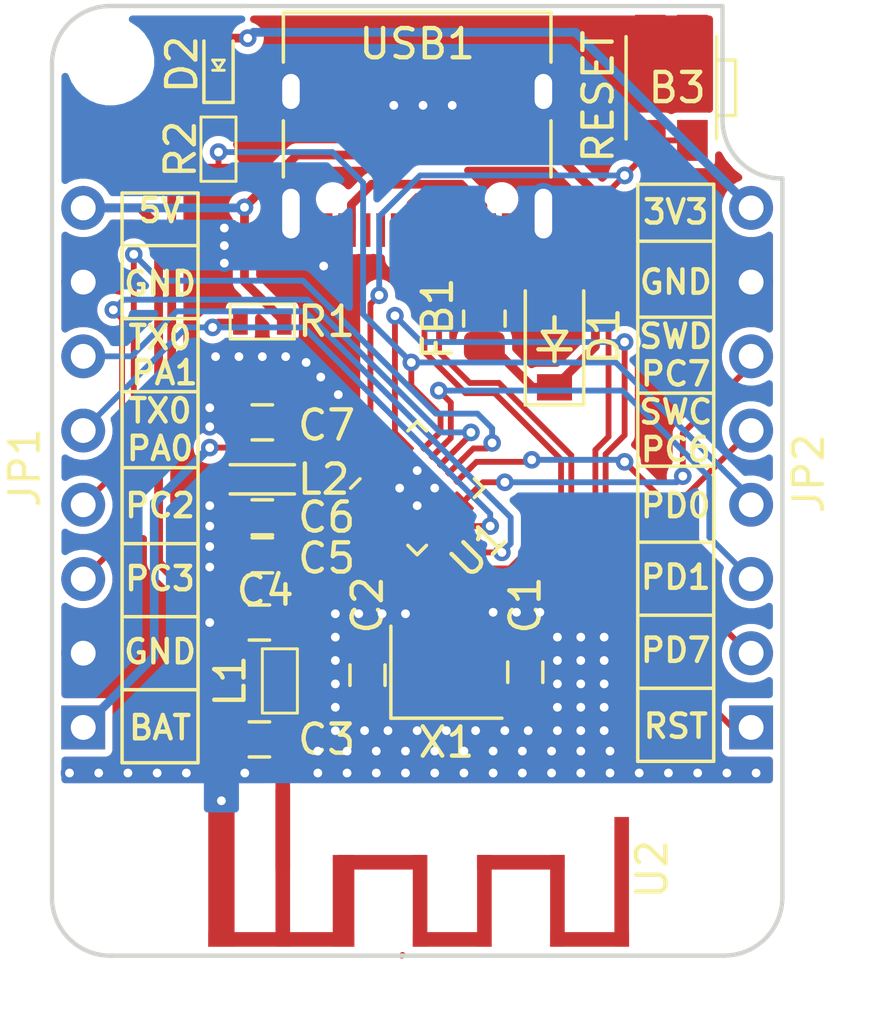
<source format=kicad_pcb>
(kicad_pcb (version 20171130) (host pcbnew "(5.1.10)-1")

  (general
    (thickness 1.6)
    (drawings 51)
    (tracks 333)
    (zones 0)
    (modules 24)
    (nets 30)
  )

  (page A4)
  (layers
    (0 F.Cu signal)
    (31 B.Cu signal)
    (32 B.Adhes user)
    (33 F.Adhes user)
    (34 B.Paste user)
    (35 F.Paste user)
    (36 B.SilkS user)
    (37 F.SilkS user)
    (38 B.Mask user)
    (39 F.Mask user)
    (40 Dwgs.User user)
    (41 Cmts.User user)
    (42 Eco1.User user)
    (43 Eco2.User user)
    (44 Edge.Cuts user)
    (45 Margin user)
    (46 B.CrtYd user hide)
    (47 F.CrtYd user)
    (48 B.Fab user hide)
    (49 F.Fab user hide)
  )

  (setup
    (last_trace_width 0.2)
    (user_trace_width 0.2)
    (user_trace_width 0.25)
    (trace_clearance 0.15)
    (zone_clearance 0.25)
    (zone_45_only no)
    (trace_min 0.15)
    (via_size 0.6)
    (via_drill 0.3)
    (via_min_size 0.4)
    (via_min_drill 0.2)
    (user_via 0.6 0.3)
    (uvia_size 0.2)
    (uvia_drill 0.1)
    (uvias_allowed no)
    (uvia_min_size 0.2)
    (uvia_min_drill 0.1)
    (edge_width 0.05)
    (segment_width 0.2)
    (pcb_text_width 0.3)
    (pcb_text_size 1.5 1.5)
    (mod_edge_width 0.12)
    (mod_text_size 1 1)
    (mod_text_width 0.15)
    (pad_size 2 2)
    (pad_drill 0)
    (pad_to_mask_clearance 0)
    (aux_axis_origin 86.5 173)
    (grid_origin 97.8 143.1)
    (visible_elements 7FFDFFFF)
    (pcbplotparams
      (layerselection 0x010fc_ffffffff)
      (usegerberextensions false)
      (usegerberattributes true)
      (usegerberadvancedattributes true)
      (creategerberjobfile true)
      (excludeedgelayer true)
      (linewidth 0.100000)
      (plotframeref true)
      (viasonmask false)
      (mode 1)
      (useauxorigin false)
      (hpglpennumber 1)
      (hpglpenspeed 20)
      (hpglpendiameter 15.000000)
      (psnegative false)
      (psa4output false)
      (plotreference false)
      (plotvalue false)
      (plotinvisibletext false)
      (padsonsilk false)
      (subtractmaskfromsilk false)
      (outputformat 1)
      (mirror false)
      (drillshape 0)
      (scaleselection 1)
      (outputdirectory "gerber/"))
  )

  (net 0 "")
  (net 1 GND)
  (net 2 /RESET)
  (net 3 +3V3)
  (net 4 +5V)
  (net 5 "Net-(C4-Pad2)")
  (net 6 "Net-(C8-Pad1)")
  (net 7 "Net-(D2-Pad1)")
  (net 8 "Net-(FB1-Pad2)")
  (net 9 /SWC)
  (net 10 /SWD)
  (net 11 "Net-(USB1-PadB8)")
  (net 12 "Net-(USB1-PadA5)")
  (net 13 "Net-(USB1-PadA8)")
  (net 14 "Net-(USB1-PadB5)")
  (net 15 "Net-(C6-Pad2)")
  (net 16 /D-)
  (net 17 /D+)
  (net 18 "Net-(C1-Pad1)")
  (net 19 "Net-(C2-Pad1)")
  (net 20 "Net-(C3-Pad2)")
  (net 21 /PC2)
  (net 22 /PC3)
  (net 23 /VBAT)
  (net 24 /RX0)
  (net 25 /TX0)
  (net 26 /PD0)
  (net 27 /PD1)
  (net 28 /PD7)
  (net 29 "Net-(L2-Pad2)")

  (net_class Default "This is the default net class."
    (clearance 0.15)
    (trace_width 0.2)
    (via_dia 0.6)
    (via_drill 0.3)
    (uvia_dia 0.2)
    (uvia_drill 0.1)
    (diff_pair_width 0.2)
    (diff_pair_gap 0.2)
    (add_net +3V3)
    (add_net +5V)
    (add_net /D+)
    (add_net /D-)
    (add_net /PC2)
    (add_net /PC3)
    (add_net /PD0)
    (add_net /PD1)
    (add_net /PD7)
    (add_net /RESET)
    (add_net /RX0)
    (add_net /SWC)
    (add_net /SWD)
    (add_net /TX0)
    (add_net /VBAT)
    (add_net GND)
    (add_net "Net-(C1-Pad1)")
    (add_net "Net-(C2-Pad1)")
    (add_net "Net-(C3-Pad2)")
    (add_net "Net-(C4-Pad2)")
    (add_net "Net-(C6-Pad2)")
    (add_net "Net-(C8-Pad1)")
    (add_net "Net-(D2-Pad1)")
    (add_net "Net-(FB1-Pad2)")
    (add_net "Net-(L2-Pad2)")
    (add_net "Net-(USB1-PadA5)")
    (add_net "Net-(USB1-PadA8)")
    (add_net "Net-(USB1-PadB5)")
    (add_net "Net-(USB1-PadB8)")
  )

  (module DIP:DIP-1.5Hole-2.54mm-Pitch-8P (layer F.Cu) (tedit 61B48744) (tstamp 61A6E7C6)
    (at 97.07 128.3 90)
    (path /621A9965)
    (fp_text reference JP1 (at 0 -2 90) (layer F.SilkS)
      (effects (font (size 1 1) (thickness 0.15)))
    )
    (fp_text value JACK8 (at 0 2 90) (layer F.Fab)
      (effects (font (size 1 1) (thickness 0.15)))
    )
    (pad 4 thru_hole circle (at -1.27 0 90) (size 1.5 1.5) (drill 0.85) (layers *.Cu *.Mask)
      (net 21 /PC2))
    (pad 3 thru_hole circle (at -3.81 0 90) (size 1.5 1.5) (drill 0.85) (layers *.Cu *.Mask)
      (net 22 /PC3))
    (pad 2 thru_hole circle (at -6.35 0 90) (size 1.5 1.5) (drill 0.85) (layers *.Cu *.Mask)
      (net 1 GND))
    (pad 1 thru_hole rect (at -8.89 0 90) (size 1.5 1.5) (drill 0.85) (layers *.Cu *.Mask)
      (net 23 /VBAT))
    (pad 5 thru_hole circle (at 1.27 0 90) (size 1.5 1.5) (drill 0.85) (layers *.Cu *.Mask)
      (net 24 /RX0))
    (pad 6 thru_hole circle (at 3.81 0 90) (size 1.5 1.5) (drill 0.85) (layers *.Cu *.Mask)
      (net 25 /TX0))
    (pad 7 thru_hole circle (at 6.35 0 90) (size 1.5 1.5) (drill 0.85) (layers *.Cu *.Mask)
      (net 1 GND))
    (pad 8 thru_hole circle (at 8.89 0 90) (size 1.5 1.5) (drill 0.85) (layers *.Cu *.Mask)
      (net 4 +5V))
  )

  (module DIP:DIP-1.5Hole-2.54mm-Pitch-8P (layer F.Cu) (tedit 61B48744) (tstamp 61A6E7D2)
    (at 119.93 128.3 90)
    (path /621A753A)
    (fp_text reference JP2 (at -0.2 1.97 90) (layer F.SilkS)
      (effects (font (size 1 1) (thickness 0.15)))
    )
    (fp_text value JACK8 (at 0 2 90) (layer F.Fab)
      (effects (font (size 1 1) (thickness 0.15)))
    )
    (pad 4 thru_hole circle (at -1.27 0 90) (size 1.5 1.5) (drill 0.85) (layers *.Cu *.Mask)
      (net 26 /PD0))
    (pad 3 thru_hole circle (at -3.81 0 90) (size 1.5 1.5) (drill 0.85) (layers *.Cu *.Mask)
      (net 27 /PD1))
    (pad 2 thru_hole circle (at -6.35 0 90) (size 1.5 1.5) (drill 0.85) (layers *.Cu *.Mask)
      (net 28 /PD7))
    (pad 1 thru_hole rect (at -8.89 0 90) (size 1.5 1.5) (drill 0.85) (layers *.Cu *.Mask)
      (net 2 /RESET))
    (pad 5 thru_hole circle (at 1.27 0 90) (size 1.5 1.5) (drill 0.85) (layers *.Cu *.Mask)
      (net 9 /SWC))
    (pad 6 thru_hole circle (at 3.81 0 90) (size 1.5 1.5) (drill 0.85) (layers *.Cu *.Mask)
      (net 10 /SWD))
    (pad 7 thru_hole circle (at 6.35 0 90) (size 1.5 1.5) (drill 0.85) (layers *.Cu *.Mask)
      (net 1 GND))
    (pad 8 thru_hole circle (at 8.89 0 90) (size 1.5 1.5) (drill 0.85) (layers *.Cu *.Mask)
      (net 3 +3V3))
  )

  (module SYMBOL:ANTENNA_IIFA_LEFT locked (layer F.Cu) (tedit 61A77436) (tstamp 61A70934)
    (at 101.8 142 270)
    (path /610244DE)
    (fp_text reference U2 (at 0.04 -14.74 90) (layer F.SilkS)
      (effects (font (size 1 1) (thickness 0.15)))
    )
    (fp_text value Antenna (at 0 2.01 90) (layer F.Fab)
      (effects (font (size 1 1) (thickness 0.15)))
    )
    (pad 2 smd rect (at 0 0 270) (size 5.39 0.9) (layers F.Cu F.Mask)
      (net 1 GND))
    (pad 1 smd rect (at 0 -2.1 270) (size 5.39 0.5) (layers F.Cu F.Mask)
      (net 20 "Net-(C3-Pad2)"))
    (pad "" smd rect (at 0.475 -13.7 270) (size 4.44 0.5) (layers F.Cu F.Mask))
    (pad "" smd rect (at 2.445 -2.05) (size 5 0.5) (layers F.Cu F.Mask))
    (pad "" smd rect (at 1.125 -4.18 270) (size 3.14 0.74) (layers F.Cu F.Mask))
    (pad "" smd rect (at -0.195 -5.49) (size 3 0.5) (layers F.Cu F.Mask))
    (pad "" smd rect (at 1.125 -6.8 270) (size 3.14 0.5) (layers F.Cu F.Mask))
    (pad "" smd rect (at 1.125 -9 270) (size 3.14 0.5) (layers F.Cu F.Mask))
    (pad "" smd rect (at 1.125 -11.5 270) (size 3.14 0.5) (layers F.Cu F.Mask))
    (pad "" smd rect (at 2.445 -7.9) (size 2.7 0.5) (layers F.Cu F.Mask))
    (pad "" smd rect (at 2.445 -12.6) (size 2.7 0.5) (layers F.Cu F.Mask))
    (pad "" smd rect (at -0.195 -10.25) (size 3 0.5) (layers F.Cu F.Mask))
  )

  (module QFP:QFN-20-1EP_3x3mm_P0.4mm_EP1.65x1.65mm locked (layer F.Cu) (tedit 61A71A13) (tstamp 61A6E85B)
    (at 108.5 129 45)
    (descr "QFN, 20 Pin (https://www.analog.com/media/en/technical-documentation/data-sheets/3553fc.pdf#page=34), generated with kicad-footprint-generator ipc_noLead_generator.py")
    (tags "QFN NoLead")
    (path /61BA465A)
    (attr smd)
    (fp_text reference U1 (at 0 2.969848 45) (layer F.SilkS)
      (effects (font (size 1 1) (thickness 0.15)))
    )
    (fp_text value FR8003A (at 0 2.82 45) (layer F.Fab)
      (effects (font (size 1 1) (thickness 0.15)))
    )
    (fp_line (start 1.16 -1.61) (end 1.61 -1.61) (layer F.SilkS) (width 0.12))
    (fp_line (start 1.61 -1.61) (end 1.61 -1.16) (layer F.SilkS) (width 0.12))
    (fp_line (start -1.16 1.61) (end -1.61 1.61) (layer F.SilkS) (width 0.12))
    (fp_line (start -1.61 1.61) (end -1.61 1.16) (layer F.SilkS) (width 0.12))
    (fp_line (start 1.16 1.61) (end 1.61 1.61) (layer F.SilkS) (width 0.12))
    (fp_line (start 1.61 1.61) (end 1.61 1.16) (layer F.SilkS) (width 0.12))
    (fp_line (start -1.16 -1.61) (end -1.61 -1.61) (layer F.SilkS) (width 0.12))
    (fp_line (start -0.75 -1.5) (end 1.5 -1.5) (layer F.Fab) (width 0.1))
    (fp_line (start 1.5 -1.5) (end 1.5 1.5) (layer F.Fab) (width 0.1))
    (fp_line (start 1.5 1.5) (end -1.5 1.5) (layer F.Fab) (width 0.1))
    (fp_line (start -1.5 1.5) (end -1.5 -0.75) (layer F.Fab) (width 0.1))
    (fp_line (start -1.5 -0.75) (end -0.75 -1.5) (layer F.Fab) (width 0.1))
    (fp_line (start -2.12 -2.12) (end -2.12 2.12) (layer F.CrtYd) (width 0.05))
    (fp_line (start -2.12 2.12) (end 2.12 2.12) (layer F.CrtYd) (width 0.05))
    (fp_line (start 2.12 2.12) (end 2.12 -2.12) (layer F.CrtYd) (width 0.05))
    (fp_line (start 2.12 -2.12) (end -2.12 -2.12) (layer F.CrtYd) (width 0.05))
    (fp_text user %R (at 0 0 45) (layer F.Fab)
      (effects (font (size 0.75 0.75) (thickness 0.11)))
    )
    (pad 20 smd roundrect (at -0.8 -1.45 45) (size 0.2 0.85) (layers F.Cu F.Paste F.Mask) (roundrect_rratio 0.25)
      (net 29 "Net-(L2-Pad2)"))
    (pad 19 smd roundrect (at -0.4 -1.45 45) (size 0.2 0.85) (layers F.Cu F.Paste F.Mask) (roundrect_rratio 0.25)
      (net 23 /VBAT))
    (pad 18 smd roundrect (at 0 -1.45 45) (size 0.2 0.85) (layers F.Cu F.Paste F.Mask) (roundrect_rratio 0.25)
      (net 3 +3V3))
    (pad 17 smd roundrect (at 0.4 -1.45 45) (size 0.2 0.85) (layers F.Cu F.Paste F.Mask) (roundrect_rratio 0.25)
      (net 2 /RESET))
    (pad 16 smd roundrect (at 0.8 -1.45 45) (size 0.2 0.85) (layers F.Cu F.Paste F.Mask) (roundrect_rratio 0.25)
      (net 28 /PD7))
    (pad 15 smd roundrect (at 1.45 -0.8 45) (size 0.85 0.2) (layers F.Cu F.Paste F.Mask) (roundrect_rratio 0.25)
      (net 26 /PD0))
    (pad 14 smd roundrect (at 1.45 -0.4 45) (size 0.85 0.2) (layers F.Cu F.Paste F.Mask) (roundrect_rratio 0.25)
      (net 27 /PD1))
    (pad 13 smd roundrect (at 1.45 0 45) (size 0.85 0.2) (layers F.Cu F.Paste F.Mask) (roundrect_rratio 0.25)
      (net 21 /PC2))
    (pad 12 smd roundrect (at 1.45 0.4 45) (size 0.85 0.2) (layers F.Cu F.Paste F.Mask) (roundrect_rratio 0.25)
      (net 22 /PC3))
    (pad 11 smd roundrect (at 1.45 0.8 45) (size 0.85 0.2) (layers F.Cu F.Paste F.Mask) (roundrect_rratio 0.25)
      (net 9 /SWC))
    (pad 10 smd roundrect (at 0.8 1.45 45) (size 0.2 0.85) (layers F.Cu F.Paste F.Mask) (roundrect_rratio 0.25)
      (net 10 /SWD))
    (pad 9 smd roundrect (at 0.4 1.45 45) (size 0.2 0.85) (layers F.Cu F.Paste F.Mask) (roundrect_rratio 0.25)
      (net 24 /RX0))
    (pad 8 smd roundrect (at 0 1.45 45) (size 0.2 0.85) (layers F.Cu F.Paste F.Mask) (roundrect_rratio 0.25)
      (net 25 /TX0))
    (pad 7 smd roundrect (at -0.4 1.45 45) (size 0.2 0.85) (layers F.Cu F.Paste F.Mask) (roundrect_rratio 0.25)
      (net 17 /D+))
    (pad 6 smd roundrect (at -0.8 1.45 45) (size 0.2 0.85) (layers F.Cu F.Paste F.Mask) (roundrect_rratio 0.25)
      (net 16 /D-))
    (pad 5 smd roundrect (at -1.45 0.8 45) (size 0.85 0.2) (layers F.Cu F.Paste F.Mask) (roundrect_rratio 0.25)
      (net 18 "Net-(C1-Pad1)"))
    (pad 4 smd roundrect (at -1.45 0.4 45) (size 0.85 0.2) (layers F.Cu F.Paste F.Mask) (roundrect_rratio 0.25)
      (net 19 "Net-(C2-Pad1)"))
    (pad 3 smd roundrect (at -1.45 0 45) (size 0.85 0.2) (layers F.Cu F.Paste F.Mask) (roundrect_rratio 0.25)
      (net 5 "Net-(C4-Pad2)"))
    (pad 2 smd roundrect (at -1.45 -0.4 45) (size 0.85 0.2) (layers F.Cu F.Paste F.Mask) (roundrect_rratio 0.25)
      (net 4 +5V))
    (pad 1 smd roundrect (at -1.45 -0.8 45) (size 0.85 0.2) (layers F.Cu F.Paste F.Mask) (roundrect_rratio 0.25)
      (net 15 "Net-(C6-Pad2)"))
    (pad "" smd roundrect (at 0.41 0.41 45) (size 0.67 0.67) (layers F.Paste) (roundrect_rratio 0.25))
    (pad "" smd roundrect (at 0.41 -0.41 45) (size 0.67 0.67) (layers F.Paste) (roundrect_rratio 0.25))
    (pad "" smd roundrect (at -0.41 0.41 45) (size 0.67 0.67) (layers F.Paste) (roundrect_rratio 0.25))
    (pad "" smd roundrect (at -0.41 -0.41 45) (size 0.67 0.67) (layers F.Paste) (roundrect_rratio 0.25))
    (pad 21 smd roundrect (at 0 0 45) (size 1.5 1.5) (layers F.Cu F.Mask) (roundrect_rratio 0.152)
      (net 1 GND) (solder_mask_margin 0.3) (solder_paste_margin -0.1) (clearance 0.2))
    (model ${KISYS3DMOD}/Package_DFN_QFN.3dshapes/QFN-20-1EP_3x3mm_P0.4mm_EP1.65x1.65mm.wrl
      (at (xyz 0 0 0))
      (scale (xyz 1 1 1))
      (rotate (xyz 0 0 0))
    )
  )

  (module SMD:R_0603 (layer F.Cu) (tedit 60A1CC60) (tstamp 61A70F86)
    (at 101.7 117.4 90)
    (descr "Resistor SMD 0603, reflow soldering, Vishay (see dcrcw.pdf)")
    (tags "resistor 0603")
    (path /606FEC5C)
    (attr smd)
    (fp_text reference R2 (at 0 -1.3 90) (layer F.SilkS)
      (effects (font (size 1 1) (thickness 0.15)))
    )
    (fp_text value 1K (at 0 1.8 90) (layer F.Fab)
      (effects (font (size 1 1) (thickness 0.15)))
    )
    (fp_line (start 1.1 -0.6) (end 1.1 0.6) (layer F.SilkS) (width 0.1))
    (fp_line (start -1.1 -0.6) (end -1.1 0.6) (layer F.SilkS) (width 0.1))
    (fp_line (start -0.8 0.4) (end -0.8 -0.4) (layer F.Fab) (width 0.1))
    (fp_line (start 0.8 0.4) (end -0.8 0.4) (layer F.Fab) (width 0.1))
    (fp_line (start 0.8 -0.4) (end 0.8 0.4) (layer F.Fab) (width 0.1))
    (fp_line (start -0.8 -0.4) (end 0.8 -0.4) (layer F.Fab) (width 0.1))
    (fp_line (start 1.1 0.6) (end -1.1 0.6) (layer F.SilkS) (width 0.1))
    (fp_line (start -1.1 -0.6) (end 1.1 -0.6) (layer F.SilkS) (width 0.1))
    (fp_line (start -1.25 -0.7) (end 1.25 -0.7) (layer F.CrtYd) (width 0.05))
    (fp_line (start -1.25 -0.7) (end -1.25 0.7) (layer F.CrtYd) (width 0.05))
    (fp_line (start 1.25 0.7) (end 1.25 -0.7) (layer F.CrtYd) (width 0.05))
    (fp_line (start 1.25 0.7) (end -1.25 0.7) (layer F.CrtYd) (width 0.05))
    (fp_text user %R (at 0 0 90) (layer F.Fab)
      (effects (font (size 0.4 0.4) (thickness 0.075)))
    )
    (pad 2 smd rect (at 0.75 0 90) (size 0.5 0.9) (layers F.Cu F.Paste F.Mask)
      (net 7 "Net-(D2-Pad1)"))
    (pad 1 smd rect (at -0.75 0 90) (size 0.5 0.9) (layers F.Cu F.Paste F.Mask)
      (net 26 /PD0))
    (model ${KISYS3DMOD}/Resistor_SMD.3dshapes/R_0603_1608Metric.step
      (at (xyz 0 0 0))
      (scale (xyz 1 1 1))
      (rotate (xyz 0 0 0))
    )
  )

  (module SMD:LED_0603 (layer F.Cu) (tedit 60A1CC8C) (tstamp 61A70E9F)
    (at 101.7 114.5 90)
    (descr "LED 0603 smd package")
    (tags "LED led 0603 SMD smd SMT smt smdled SMDLED smtled SMTLED")
    (path /623E23B7)
    (attr smd)
    (fp_text reference D2 (at 0 -1.25 90) (layer F.SilkS)
      (effects (font (size 1 1) (thickness 0.15)))
    )
    (fp_text value RED (at 0 1.35 90) (layer F.Fab)
      (effects (font (size 1 1) (thickness 0.15)))
    )
    (fp_line (start -1.3 -0.5) (end -1.3 0.5) (layer F.SilkS) (width 0.12))
    (fp_line (start -0.2 -0.2) (end -0.2 0.2) (layer F.SilkS) (width 0.1))
    (fp_line (start -0.15 0) (end 0.15 -0.2) (layer F.SilkS) (width 0.1))
    (fp_line (start 0.15 0.2) (end -0.15 0) (layer F.SilkS) (width 0.1))
    (fp_line (start 0.15 -0.2) (end 0.15 0.2) (layer F.SilkS) (width 0.1))
    (fp_line (start 0.8 0.4) (end -0.8 0.4) (layer F.Fab) (width 0.1))
    (fp_line (start 0.8 -0.4) (end 0.8 0.4) (layer F.Fab) (width 0.1))
    (fp_line (start -0.8 -0.4) (end 0.8 -0.4) (layer F.Fab) (width 0.1))
    (fp_line (start -0.8 0.4) (end -0.8 -0.4) (layer F.Fab) (width 0.1))
    (fp_line (start -1.3 0.5) (end 0.8 0.5) (layer F.SilkS) (width 0.12))
    (fp_line (start -1.3 -0.5) (end 0.8 -0.5) (layer F.SilkS) (width 0.12))
    (fp_line (start 1.45 -0.65) (end 1.45 0.65) (layer F.CrtYd) (width 0.05))
    (fp_line (start 1.45 0.65) (end -1.45 0.65) (layer F.CrtYd) (width 0.05))
    (fp_line (start -1.45 0.65) (end -1.45 -0.65) (layer F.CrtYd) (width 0.05))
    (fp_line (start -1.45 -0.65) (end 1.45 -0.65) (layer F.CrtYd) (width 0.05))
    (pad 1 smd rect (at -0.8 0 270) (size 0.8 0.8) (layers F.Cu F.Paste F.Mask)
      (net 7 "Net-(D2-Pad1)"))
    (pad 2 smd rect (at 0.8 0 270) (size 0.8 0.8) (layers F.Cu F.Paste F.Mask)
      (net 3 +3V3))
    (model ${KISYS3DMOD}/LED_SMD.3dshapes/LED_0603_1608Metric_Castellated.step
      (at (xyz 0 0 0))
      (scale (xyz 1 1 1))
      (rotate (xyz 0 0 0))
    )
  )

  (module SMD:SW_SPST_EVQP7A (layer F.Cu) (tedit 5B8E40B1) (tstamp 61A70D7A)
    (at 117.2 115.3 90)
    (descr "Light Touch Switch,https://industrial.panasonic.com/cdbs/www-data/pdf/ATK0000/ATK0000CE20.pdf")
    (path /60E6E135)
    (attr smd)
    (fp_text reference B3 (at 0 0.2 180) (layer F.SilkS)
      (effects (font (size 1 1) (thickness 0.15)))
    )
    (fp_text value Button_4 (at 0 3.25 90) (layer F.Fab)
      (effects (font (size 1 1) (thickness 0.15)))
    )
    (fp_line (start -2.75 1.7) (end -2.75 -1.7) (layer F.CrtYd) (width 0.05))
    (fp_line (start 1.1 2.35) (end -1.1 2.35) (layer F.CrtYd) (width 0.05))
    (fp_line (start 2.75 -1.7) (end 2.75 1.7) (layer F.CrtYd) (width 0.05))
    (fp_line (start -2.75 -1.7) (end 2.75 -1.7) (layer F.CrtYd) (width 0.05))
    (fp_line (start 1.75 1.55) (end -1.75 1.55) (layer F.SilkS) (width 0.12))
    (fp_line (start -1.75 -1.55) (end 1.75 -1.55) (layer F.SilkS) (width 0.12))
    (fp_line (start 1.1 1.7) (end 1.1 2.35) (layer F.CrtYd) (width 0.05))
    (fp_line (start 2.75 1.7) (end 1.1 1.7) (layer F.CrtYd) (width 0.05))
    (fp_line (start -1.1 1.7) (end -2.75 1.7) (layer F.CrtYd) (width 0.05))
    (fp_line (start -1.1 2.35) (end -1.1 1.7) (layer F.CrtYd) (width 0.05))
    (fp_line (start -1.75 1.45) (end -1.75 -1.4) (layer F.Fab) (width 0.1))
    (fp_line (start 1.75 1.45) (end -1.75 1.45) (layer F.Fab) (width 0.1))
    (fp_line (start 1.75 -1.45) (end 1.75 1.45) (layer F.Fab) (width 0.1))
    (fp_line (start -1.75 -1.45) (end 1.75 -1.45) (layer F.Fab) (width 0.1))
    (fp_line (start -0.85 2.1) (end -0.85 1.45) (layer F.Fab) (width 0.1))
    (fp_line (start 0.85 2.1) (end 0.85 1.45) (layer F.Fab) (width 0.1))
    (fp_line (start -0.85 2.1) (end 0.85 2.1) (layer F.Fab) (width 0.1))
    (fp_line (start -0.95 2.2) (end -0.95 1.55) (layer F.SilkS) (width 0.12))
    (fp_line (start 0.95 2.2) (end -0.95 2.2) (layer F.SilkS) (width 0.12))
    (fp_line (start 0.95 1.55) (end 0.95 2.2) (layer F.SilkS) (width 0.12))
    (fp_text user %R (at 0 -2.5 90) (layer F.Fab)
      (effects (font (size 1 1) (thickness 0.15)))
    )
    (pad 2 smd rect (at -1.8 0.72 90) (size 1.4 1.05) (layers F.Cu F.Paste F.Mask)
      (net 2 /RESET))
    (pad 4 smd rect (at 1.8 0.72 90) (size 1.4 1.05) (layers F.Cu F.Paste F.Mask)
      (net 1 GND))
    (pad 1 smd rect (at -1.8 -0.72 90) (size 1.4 1.05) (layers F.Cu F.Paste F.Mask)
      (net 2 /RESET))
    (pad 3 smd rect (at 1.8 -0.72 90) (size 1.4 1.05) (layers F.Cu F.Paste F.Mask)
      (net 1 GND))
    (model ${KISYS3DMOD}/Buttons_Switches_SMD.3dshapes/SW_SPST_EVQP7A.wrl
      (at (xyz 0 0 0))
      (scale (xyz 1 1 1))
      (rotate (xyz 0 0 0))
    )
  )

  (module Hardware:USB_C_Receptacle_XKB_U262-16XN-4BVC11 (layer F.Cu) (tedit 5E1305FC) (tstamp 61A6F7D0)
    (at 108.5 116.5 180)
    (descr "USB Type C, right-angle, SMT, https://datasheet.lcsc.com/szlcsc/1811141824_XKB-Enterprise-U262-161N-4BVC11_C319148.pdf")
    (tags "USB C Type-C Receptacle SMD")
    (path /6130DAF3)
    (attr smd)
    (fp_text reference USB1 (at 0 2.7) (layer F.SilkS)
      (effects (font (size 1 1) (thickness 0.15)))
    )
    (fp_text value USB_C_Plug (at 0 4.935) (layer F.Fab)
      (effects (font (size 1 1) (thickness 0.15)))
    )
    (fp_line (start -4.58 -1.85) (end -4.58 0.07) (layer F.SilkS) (width 0.12))
    (fp_line (start 4.58 0.07) (end 4.58 -1.85) (layer F.SilkS) (width 0.12))
    (fp_line (start 4.58 2.08) (end 4.58 3.785) (layer F.SilkS) (width 0.12))
    (fp_line (start -4.58 3.785) (end -4.58 2.08) (layer F.SilkS) (width 0.12))
    (fp_line (start 4.58 3.785) (end -4.58 3.785) (layer F.SilkS) (width 0.12))
    (fp_line (start -5.32 -4.75) (end 5.32 -4.75) (layer F.CrtYd) (width 0.05))
    (fp_line (start 5.32 -4.75) (end 5.32 4.18) (layer F.CrtYd) (width 0.05))
    (fp_line (start 5.32 4.18) (end -5.32 4.18) (layer F.CrtYd) (width 0.05))
    (fp_line (start -5.32 4.18) (end -5.32 -4.75) (layer F.CrtYd) (width 0.05))
    (fp_line (start -4.47 -3.675) (end -4.47 3.675) (layer F.Fab) (width 0.1))
    (fp_line (start -4.47 3.675) (end 4.47 3.675) (layer F.Fab) (width 0.1))
    (fp_line (start 4.47 3.675) (end 4.47 -3.675) (layer F.Fab) (width 0.1))
    (fp_line (start -4.47 -3.675) (end 4.47 -3.675) (layer F.Fab) (width 0.1))
    (fp_text user %R (at 0 0) (layer F.Fab)
      (effects (font (size 1 1) (thickness 0.15)))
    )
    (pad S1 thru_hole oval (at -4.32 -3.105 180) (size 1 2.1) (drill oval 0.6 1.7) (layers *.Cu *.Mask)
      (net 1 GND))
    (pad S1 thru_hole oval (at 4.32 -3.105 180) (size 1 2.1) (drill oval 0.6 1.7) (layers *.Cu *.Mask)
      (net 1 GND))
    (pad S1 thru_hole oval (at -4.32 1.075 180) (size 1 1.6) (drill oval 0.6 1.2) (layers *.Cu *.Mask)
      (net 1 GND))
    (pad S1 thru_hole oval (at 4.32 1.075 180) (size 1 1.6) (drill oval 0.6 1.2) (layers *.Cu *.Mask)
      (net 1 GND))
    (pad "" np_thru_hole circle (at 2.89 -2.605 180) (size 0.65 0.65) (drill 0.65) (layers *.Cu *.Mask))
    (pad "" np_thru_hole circle (at -2.89 -2.605 180) (size 0.65 0.65) (drill 0.65) (layers *.Cu *.Mask))
    (pad B1 smd rect (at 3.05 -3.67 180) (size 0.3 1.15) (layers F.Cu F.Paste F.Mask)
      (net 1 GND))
    (pad B4 smd rect (at 2.25 -3.67 180) (size 0.3 1.15) (layers F.Cu F.Paste F.Mask)
      (net 8 "Net-(FB1-Pad2)"))
    (pad B5 smd rect (at 1.75 -3.67 180) (size 0.3 1.15) (layers F.Cu F.Paste F.Mask)
      (net 14 "Net-(USB1-PadB5)"))
    (pad A8 smd rect (at 1.25 -3.67 180) (size 0.3 1.15) (layers F.Cu F.Paste F.Mask)
      (net 13 "Net-(USB1-PadA8)"))
    (pad B6 smd rect (at 0.75 -3.67 180) (size 0.3 1.15) (layers F.Cu F.Paste F.Mask)
      (net 17 /D+))
    (pad A7 smd rect (at 0.25 -3.67 180) (size 0.3 1.15) (layers F.Cu F.Paste F.Mask)
      (net 16 /D-))
    (pad A6 smd rect (at -0.25 -3.67 180) (size 0.3 1.15) (layers F.Cu F.Paste F.Mask)
      (net 17 /D+))
    (pad B7 smd rect (at -0.75 -3.67 180) (size 0.3 1.15) (layers F.Cu F.Paste F.Mask)
      (net 16 /D-))
    (pad A5 smd rect (at -1.25 -3.67 180) (size 0.3 1.15) (layers F.Cu F.Paste F.Mask)
      (net 12 "Net-(USB1-PadA5)"))
    (pad B8 smd rect (at -1.75 -3.67 180) (size 0.3 1.15) (layers F.Cu F.Paste F.Mask)
      (net 11 "Net-(USB1-PadB8)"))
    (pad A4 smd rect (at -2.55 -3.67 180) (size 0.3 1.15) (layers F.Cu F.Paste F.Mask)
      (net 8 "Net-(FB1-Pad2)"))
    (pad A1 smd rect (at -3.35 -3.67 180) (size 0.3 1.15) (layers F.Cu F.Paste F.Mask)
      (net 1 GND))
    (pad B12 smd rect (at -3.05 -3.67 180) (size 0.3 1.15) (layers F.Cu F.Paste F.Mask)
      (net 1 GND))
    (pad B9 smd rect (at -2.25 -3.67 180) (size 0.3 1.15) (layers F.Cu F.Paste F.Mask)
      (net 8 "Net-(FB1-Pad2)"))
    (pad A9 smd rect (at 2.55 -3.67 180) (size 0.3 1.15) (layers F.Cu F.Paste F.Mask)
      (net 8 "Net-(FB1-Pad2)"))
    (pad A12 smd rect (at 3.35 -3.67 180) (size 0.3 1.15) (layers F.Cu F.Paste F.Mask)
      (net 1 GND))
    (model ${KISYS3DMOD}/Connector_USB.3dshapes/USB_C_Receptacle_XKB_U262-16XN-4BVC11.wrl
      (at (xyz 0 0 0))
      (scale (xyz 1 1 1))
      (rotate (xyz 0 0 0))
    )
  )

  (module SMD:R_0603 (layer F.Cu) (tedit 60A1CC60) (tstamp 61A6E809)
    (at 103.2 123.3)
    (descr "Resistor SMD 0603, reflow soldering, Vishay (see dcrcw.pdf)")
    (tags "resistor 0603")
    (path /62087EA4)
    (attr smd)
    (fp_text reference R1 (at 2.2 0) (layer F.SilkS)
      (effects (font (size 1 1) (thickness 0.15)))
    )
    (fp_text value 10K (at 0 1.8) (layer F.Fab)
      (effects (font (size 1 1) (thickness 0.15)))
    )
    (fp_line (start 1.1 -0.6) (end 1.1 0.6) (layer F.SilkS) (width 0.1))
    (fp_line (start -1.1 -0.6) (end -1.1 0.6) (layer F.SilkS) (width 0.1))
    (fp_line (start -0.8 0.4) (end -0.8 -0.4) (layer F.Fab) (width 0.1))
    (fp_line (start 0.8 0.4) (end -0.8 0.4) (layer F.Fab) (width 0.1))
    (fp_line (start 0.8 -0.4) (end 0.8 0.4) (layer F.Fab) (width 0.1))
    (fp_line (start -0.8 -0.4) (end 0.8 -0.4) (layer F.Fab) (width 0.1))
    (fp_line (start 1.1 0.6) (end -1.1 0.6) (layer F.SilkS) (width 0.1))
    (fp_line (start -1.1 -0.6) (end 1.1 -0.6) (layer F.SilkS) (width 0.1))
    (fp_line (start -1.25 -0.7) (end 1.25 -0.7) (layer F.CrtYd) (width 0.05))
    (fp_line (start -1.25 -0.7) (end -1.25 0.7) (layer F.CrtYd) (width 0.05))
    (fp_line (start 1.25 0.7) (end 1.25 -0.7) (layer F.CrtYd) (width 0.05))
    (fp_line (start 1.25 0.7) (end -1.25 0.7) (layer F.CrtYd) (width 0.05))
    (fp_text user %R (at 0 0) (layer F.Fab)
      (effects (font (size 0.4 0.4) (thickness 0.075)))
    )
    (pad 2 smd rect (at 0.75 0) (size 0.5 0.9) (layers F.Cu F.Paste F.Mask)
      (net 4 +5V))
    (pad 1 smd rect (at -0.75 0) (size 0.5 0.9) (layers F.Cu F.Paste F.Mask)
      (net 24 /RX0))
    (model ${KISYS3DMOD}/Resistor_SMD.3dshapes/R_0603_1608Metric.step
      (at (xyz 0 0 0))
      (scale (xyz 1 1 1))
      (rotate (xyz 0 0 0))
    )
  )

  (module SMD:L_0603 (layer F.Cu) (tedit 5BC48ED0) (tstamp 61A6E7F6)
    (at 103.2 128.7)
    (descr "Capacitor SMD 0603, reflow soldering, AVX (see smccp.pdf)")
    (tags "capacitor 0603")
    (path /61EB50A8)
    (attr smd)
    (fp_text reference L2 (at 2.1 0) (layer F.SilkS)
      (effects (font (size 1 1) (thickness 0.15)))
    )
    (fp_text value 10uH (at 0 1.5) (layer F.Fab)
      (effects (font (size 1 1) (thickness 0.15)))
    )
    (fp_line (start 1.4 0.65) (end -1.4 0.65) (layer F.CrtYd) (width 0.05))
    (fp_line (start 1.4 0.65) (end 1.4 -0.65) (layer F.CrtYd) (width 0.05))
    (fp_line (start -1.4 -0.65) (end -1.4 0.65) (layer F.CrtYd) (width 0.05))
    (fp_line (start -1.4 -0.65) (end 1.4 -0.65) (layer F.CrtYd) (width 0.05))
    (fp_line (start 1.1 0.5) (end -1.1 0.5) (layer F.SilkS) (width 0.12))
    (fp_line (start -1.1 -0.5) (end 1.1 -0.5) (layer F.SilkS) (width 0.12))
    (fp_line (start -0.8 -0.4) (end 0.8 -0.4) (layer F.Fab) (width 0.1))
    (fp_line (start 0.8 -0.4) (end 0.8 0.4) (layer F.Fab) (width 0.1))
    (fp_line (start 0.8 0.4) (end -0.8 0.4) (layer F.Fab) (width 0.1))
    (fp_line (start -0.8 0.4) (end -0.8 -0.4) (layer F.Fab) (width 0.1))
    (fp_text user %R (at 0 0) (layer F.Fab)
      (effects (font (size 0.3 0.3) (thickness 0.075)))
    )
    (pad 2 smd rect (at 0.75 0) (size 0.8 0.75) (layers F.Cu F.Paste F.Mask)
      (net 29 "Net-(L2-Pad2)"))
    (pad 1 smd rect (at -0.75 0) (size 0.8 0.75) (layers F.Cu F.Paste F.Mask)
      (net 15 "Net-(C6-Pad2)"))
    (model Capacitors_SMD.3dshapes/C_0603.wrl
      (at (xyz 0 0 0))
      (scale (xyz 1 1 1))
      (rotate (xyz 0 0 0))
    )
  )

  (module SMD:R_0603 (layer F.Cu) (tedit 60A1CC60) (tstamp 61A6EEA9)
    (at 103.8 135.6 90)
    (descr "Resistor SMD 0603, reflow soldering, Vishay (see dcrcw.pdf)")
    (tags "resistor 0603")
    (path /61FA21E0)
    (attr smd)
    (fp_text reference L1 (at 0 -1.7 90) (layer F.SilkS)
      (effects (font (size 1 1) (thickness 0.15)))
    )
    (fp_text value 0R (at 0 1.8 90) (layer F.Fab)
      (effects (font (size 1 1) (thickness 0.15)))
    )
    (fp_line (start 1.1 -0.6) (end 1.1 0.6) (layer F.SilkS) (width 0.1))
    (fp_line (start -1.1 -0.6) (end -1.1 0.6) (layer F.SilkS) (width 0.1))
    (fp_line (start -0.8 0.4) (end -0.8 -0.4) (layer F.Fab) (width 0.1))
    (fp_line (start 0.8 0.4) (end -0.8 0.4) (layer F.Fab) (width 0.1))
    (fp_line (start 0.8 -0.4) (end 0.8 0.4) (layer F.Fab) (width 0.1))
    (fp_line (start -0.8 -0.4) (end 0.8 -0.4) (layer F.Fab) (width 0.1))
    (fp_line (start 1.1 0.6) (end -1.1 0.6) (layer F.SilkS) (width 0.1))
    (fp_line (start -1.1 -0.6) (end 1.1 -0.6) (layer F.SilkS) (width 0.1))
    (fp_line (start -1.25 -0.7) (end 1.25 -0.7) (layer F.CrtYd) (width 0.05))
    (fp_line (start -1.25 -0.7) (end -1.25 0.7) (layer F.CrtYd) (width 0.05))
    (fp_line (start 1.25 0.7) (end 1.25 -0.7) (layer F.CrtYd) (width 0.05))
    (fp_line (start 1.25 0.7) (end -1.25 0.7) (layer F.CrtYd) (width 0.05))
    (fp_text user %R (at 0 0 90) (layer F.Fab)
      (effects (font (size 0.4 0.4) (thickness 0.075)))
    )
    (pad 2 smd rect (at 0.75 0 90) (size 0.5 0.9) (layers F.Cu F.Paste F.Mask)
      (net 5 "Net-(C4-Pad2)"))
    (pad 1 smd rect (at -0.75 0 90) (size 0.5 0.9) (layers F.Cu F.Paste F.Mask)
      (net 20 "Net-(C3-Pad2)"))
    (model ${KISYS3DMOD}/Resistor_SMD.3dshapes/R_0603_1608Metric.step
      (at (xyz 0 0 0))
      (scale (xyz 1 1 1))
      (rotate (xyz 0 0 0))
    )
  )

  (module SMD:D_SOD-123 (layer F.Cu) (tedit 61A6D86D) (tstamp 61A6F758)
    (at 113.2 123.9 90)
    (descr SOD-123)
    (tags SOD-123)
    (path /6233948F)
    (attr smd)
    (fp_text reference D1 (at 0.1 1.7 90) (layer F.SilkS)
      (effects (font (size 1 1) (thickness 0.15)))
    )
    (fp_text value BZT52C5V1 (at 0 2.1 90) (layer F.Fab)
      (effects (font (size 1 1) (thickness 0.15)))
    )
    (fp_line (start -2.25 -1) (end 1.65 -1) (layer F.SilkS) (width 0.12))
    (fp_line (start -2.25 1) (end 1.65 1) (layer F.SilkS) (width 0.12))
    (fp_line (start -2.35 -1.15) (end -2.35 1.15) (layer F.CrtYd) (width 0.05))
    (fp_line (start 2.35 1.15) (end -2.35 1.15) (layer F.CrtYd) (width 0.05))
    (fp_line (start 2.35 -1.15) (end 2.35 1.15) (layer F.CrtYd) (width 0.05))
    (fp_line (start -2.35 -1.15) (end 2.35 -1.15) (layer F.CrtYd) (width 0.05))
    (fp_line (start -1.4 -0.9) (end 1.4 -0.9) (layer F.Fab) (width 0.1))
    (fp_line (start 1.4 -0.9) (end 1.4 0.9) (layer F.Fab) (width 0.1))
    (fp_line (start 1.4 0.9) (end -1.4 0.9) (layer F.Fab) (width 0.1))
    (fp_line (start -1.4 0.9) (end -1.4 -0.9) (layer F.Fab) (width 0.1))
    (fp_line (start -0.75 0) (end -0.35 0) (layer F.SilkS) (width 0.15))
    (fp_line (start -0.35 0) (end -0.35 -0.55) (layer F.SilkS) (width 0.15))
    (fp_line (start -0.35 0) (end -0.35 0.55) (layer F.SilkS) (width 0.15))
    (fp_line (start -0.35 0) (end 0.25 -0.4) (layer F.SilkS) (width 0.15))
    (fp_line (start 0.25 -0.4) (end 0.25 0.4) (layer F.SilkS) (width 0.15))
    (fp_line (start 0.25 0.4) (end -0.35 0) (layer F.SilkS) (width 0.15))
    (fp_line (start 0.25 0) (end 0.75 0) (layer F.SilkS) (width 0.15))
    (fp_line (start -2.25 -1) (end -2.25 1) (layer F.SilkS) (width 0.12))
    (fp_text user %R (at 0 -2 90) (layer F.Fab)
      (effects (font (size 1 1) (thickness 0.15)))
    )
    (pad 2 smd rect (at 1.65 0 90) (size 0.9 1.2) (layers F.Cu F.Paste F.Mask)
      (net 1 GND))
    (pad 1 smd rect (at -1.65 0 90) (size 0.9 1.2) (layers F.Cu F.Paste F.Mask)
      (net 4 +5V))
    (model ${KISYS3DMOD}/Diode_SMD.3dshapes/D_SOD-123.step
      (at (xyz 0 0 0))
      (scale (xyz 1 1 1))
      (rotate (xyz 0 0 0))
    )
  )

  (module SMD:C_0603 (layer F.Cu) (tedit 60A1C8C2) (tstamp 61A6E761)
    (at 103.2 126.75 180)
    (descr "Capacitor SMD 0603, reflow soldering, AVX (see smccp.pdf)")
    (tags "capacitor 0603")
    (path /61DD759F)
    (attr smd)
    (fp_text reference C7 (at -2.2 -0.1) (layer F.SilkS)
      (effects (font (size 1 1) (thickness 0.15)))
    )
    (fp_text value 2.2uF (at 0 1.5) (layer F.Fab)
      (effects (font (size 1 1) (thickness 0.15)))
    )
    (fp_line (start 1.4 0.65) (end -1.4 0.65) (layer F.CrtYd) (width 0.05))
    (fp_line (start 1.4 0.65) (end 1.4 -0.65) (layer F.CrtYd) (width 0.05))
    (fp_line (start -1.4 -0.65) (end -1.4 0.65) (layer F.CrtYd) (width 0.05))
    (fp_line (start -1.4 -0.65) (end 1.4 -0.65) (layer F.CrtYd) (width 0.05))
    (fp_line (start 0.35 0.6) (end -0.35 0.6) (layer F.SilkS) (width 0.12))
    (fp_line (start -0.35 -0.6) (end 0.35 -0.6) (layer F.SilkS) (width 0.12))
    (fp_line (start -0.8 -0.4) (end 0.8 -0.4) (layer F.Fab) (width 0.1))
    (fp_line (start 0.8 -0.4) (end 0.8 0.4) (layer F.Fab) (width 0.1))
    (fp_line (start 0.8 0.4) (end -0.8 0.4) (layer F.Fab) (width 0.1))
    (fp_line (start -0.8 0.4) (end -0.8 -0.4) (layer F.Fab) (width 0.1))
    (fp_text user %R (at 0 0) (layer F.Fab)
      (effects (font (size 0.3 0.3) (thickness 0.075)))
    )
    (pad 1 smd rect (at -0.75 0 180) (size 0.8 0.75) (layers F.Cu F.Paste F.Mask)
      (net 3 +3V3))
    (pad 2 smd rect (at 0.75 0 180) (size 0.8 0.75) (layers F.Cu F.Paste F.Mask)
      (net 1 GND))
    (model ${KISYS3DMOD}/Capacitor_SMD.3dshapes/C_0603_1608Metric.step
      (at (xyz 0 0 0))
      (scale (xyz 1 1 1))
      (rotate (xyz 0 0 0))
    )
  )

  (module SMD:C_0603 (layer F.Cu) (tedit 60A1C8C2) (tstamp 61A6E750)
    (at 103.2 130)
    (descr "Capacitor SMD 0603, reflow soldering, AVX (see smccp.pdf)")
    (tags "capacitor 0603")
    (path /61EE40F6)
    (attr smd)
    (fp_text reference C6 (at 2.2 0) (layer F.SilkS)
      (effects (font (size 1 1) (thickness 0.15)))
    )
    (fp_text value 10uF (at 0 1.5) (layer F.Fab)
      (effects (font (size 1 1) (thickness 0.15)))
    )
    (fp_line (start 1.4 0.65) (end -1.4 0.65) (layer F.CrtYd) (width 0.05))
    (fp_line (start 1.4 0.65) (end 1.4 -0.65) (layer F.CrtYd) (width 0.05))
    (fp_line (start -1.4 -0.65) (end -1.4 0.65) (layer F.CrtYd) (width 0.05))
    (fp_line (start -1.4 -0.65) (end 1.4 -0.65) (layer F.CrtYd) (width 0.05))
    (fp_line (start 0.35 0.6) (end -0.35 0.6) (layer F.SilkS) (width 0.12))
    (fp_line (start -0.35 -0.6) (end 0.35 -0.6) (layer F.SilkS) (width 0.12))
    (fp_line (start -0.8 -0.4) (end 0.8 -0.4) (layer F.Fab) (width 0.1))
    (fp_line (start 0.8 -0.4) (end 0.8 0.4) (layer F.Fab) (width 0.1))
    (fp_line (start 0.8 0.4) (end -0.8 0.4) (layer F.Fab) (width 0.1))
    (fp_line (start -0.8 0.4) (end -0.8 -0.4) (layer F.Fab) (width 0.1))
    (fp_text user %R (at 0 0) (layer F.Fab)
      (effects (font (size 0.3 0.3) (thickness 0.075)))
    )
    (pad 1 smd rect (at -0.75 0) (size 0.8 0.75) (layers F.Cu F.Paste F.Mask)
      (net 1 GND))
    (pad 2 smd rect (at 0.75 0) (size 0.8 0.75) (layers F.Cu F.Paste F.Mask)
      (net 15 "Net-(C6-Pad2)"))
    (model ${KISYS3DMOD}/Capacitor_SMD.3dshapes/C_0603_1608Metric.step
      (at (xyz 0 0 0))
      (scale (xyz 1 1 1))
      (rotate (xyz 0 0 0))
    )
  )

  (module SMD:C_0603 (layer F.Cu) (tedit 60A1C8C2) (tstamp 61A6E73F)
    (at 103.2 131.3)
    (descr "Capacitor SMD 0603, reflow soldering, AVX (see smccp.pdf)")
    (tags "capacitor 0603")
    (path /61F15A6A)
    (attr smd)
    (fp_text reference C5 (at 2.2 0.1) (layer F.SilkS)
      (effects (font (size 1 1) (thickness 0.15)))
    )
    (fp_text value 1uF (at 0 1.5) (layer F.Fab)
      (effects (font (size 1 1) (thickness 0.15)))
    )
    (fp_line (start 1.4 0.65) (end -1.4 0.65) (layer F.CrtYd) (width 0.05))
    (fp_line (start 1.4 0.65) (end 1.4 -0.65) (layer F.CrtYd) (width 0.05))
    (fp_line (start -1.4 -0.65) (end -1.4 0.65) (layer F.CrtYd) (width 0.05))
    (fp_line (start -1.4 -0.65) (end 1.4 -0.65) (layer F.CrtYd) (width 0.05))
    (fp_line (start 0.35 0.6) (end -0.35 0.6) (layer F.SilkS) (width 0.12))
    (fp_line (start -0.35 -0.6) (end 0.35 -0.6) (layer F.SilkS) (width 0.12))
    (fp_line (start -0.8 -0.4) (end 0.8 -0.4) (layer F.Fab) (width 0.1))
    (fp_line (start 0.8 -0.4) (end 0.8 0.4) (layer F.Fab) (width 0.1))
    (fp_line (start 0.8 0.4) (end -0.8 0.4) (layer F.Fab) (width 0.1))
    (fp_line (start -0.8 0.4) (end -0.8 -0.4) (layer F.Fab) (width 0.1))
    (fp_text user %R (at 0 0) (layer F.Fab)
      (effects (font (size 0.3 0.3) (thickness 0.075)))
    )
    (pad 1 smd rect (at -0.75 0) (size 0.8 0.75) (layers F.Cu F.Paste F.Mask)
      (net 1 GND))
    (pad 2 smd rect (at 0.75 0) (size 0.8 0.75) (layers F.Cu F.Paste F.Mask)
      (net 4 +5V))
    (model ${KISYS3DMOD}/Capacitor_SMD.3dshapes/C_0603_1608Metric.step
      (at (xyz 0 0 0))
      (scale (xyz 1 1 1))
      (rotate (xyz 0 0 0))
    )
  )

  (module SMD:C_0603 (layer F.Cu) (tedit 60A1C8C2) (tstamp 61A6E72E)
    (at 103.1 133.6)
    (descr "Capacitor SMD 0603, reflow soldering, AVX (see smccp.pdf)")
    (tags "capacitor 0603")
    (path /61FA315B)
    (attr smd)
    (fp_text reference C4 (at 0.2 -1.1) (layer F.SilkS)
      (effects (font (size 1 1) (thickness 0.15)))
    )
    (fp_text value NC (at 0 1.5) (layer F.Fab)
      (effects (font (size 1 1) (thickness 0.15)))
    )
    (fp_line (start 1.4 0.65) (end -1.4 0.65) (layer F.CrtYd) (width 0.05))
    (fp_line (start 1.4 0.65) (end 1.4 -0.65) (layer F.CrtYd) (width 0.05))
    (fp_line (start -1.4 -0.65) (end -1.4 0.65) (layer F.CrtYd) (width 0.05))
    (fp_line (start -1.4 -0.65) (end 1.4 -0.65) (layer F.CrtYd) (width 0.05))
    (fp_line (start 0.35 0.6) (end -0.35 0.6) (layer F.SilkS) (width 0.12))
    (fp_line (start -0.35 -0.6) (end 0.35 -0.6) (layer F.SilkS) (width 0.12))
    (fp_line (start -0.8 -0.4) (end 0.8 -0.4) (layer F.Fab) (width 0.1))
    (fp_line (start 0.8 -0.4) (end 0.8 0.4) (layer F.Fab) (width 0.1))
    (fp_line (start 0.8 0.4) (end -0.8 0.4) (layer F.Fab) (width 0.1))
    (fp_line (start -0.8 0.4) (end -0.8 -0.4) (layer F.Fab) (width 0.1))
    (fp_text user %R (at 0 0) (layer F.Fab)
      (effects (font (size 0.3 0.3) (thickness 0.075)))
    )
    (pad 1 smd rect (at -0.75 0) (size 0.8 0.75) (layers F.Cu F.Paste F.Mask)
      (net 1 GND))
    (pad 2 smd rect (at 0.75 0) (size 0.8 0.75) (layers F.Cu F.Paste F.Mask)
      (net 5 "Net-(C4-Pad2)"))
    (model ${KISYS3DMOD}/Capacitor_SMD.3dshapes/C_0603_1608Metric.step
      (at (xyz 0 0 0))
      (scale (xyz 1 1 1))
      (rotate (xyz 0 0 0))
    )
  )

  (module SMD:C_0603 (layer F.Cu) (tedit 60A1C8C2) (tstamp 61A6E71D)
    (at 103.1 137.6)
    (descr "Capacitor SMD 0603, reflow soldering, AVX (see smccp.pdf)")
    (tags "capacitor 0603")
    (path /61FCF286)
    (attr smd)
    (fp_text reference C3 (at 2.3 0) (layer F.SilkS)
      (effects (font (size 1 1) (thickness 0.15)))
    )
    (fp_text value NC (at 0 1.5) (layer F.Fab)
      (effects (font (size 1 1) (thickness 0.15)))
    )
    (fp_line (start 1.4 0.65) (end -1.4 0.65) (layer F.CrtYd) (width 0.05))
    (fp_line (start 1.4 0.65) (end 1.4 -0.65) (layer F.CrtYd) (width 0.05))
    (fp_line (start -1.4 -0.65) (end -1.4 0.65) (layer F.CrtYd) (width 0.05))
    (fp_line (start -1.4 -0.65) (end 1.4 -0.65) (layer F.CrtYd) (width 0.05))
    (fp_line (start 0.35 0.6) (end -0.35 0.6) (layer F.SilkS) (width 0.12))
    (fp_line (start -0.35 -0.6) (end 0.35 -0.6) (layer F.SilkS) (width 0.12))
    (fp_line (start -0.8 -0.4) (end 0.8 -0.4) (layer F.Fab) (width 0.1))
    (fp_line (start 0.8 -0.4) (end 0.8 0.4) (layer F.Fab) (width 0.1))
    (fp_line (start 0.8 0.4) (end -0.8 0.4) (layer F.Fab) (width 0.1))
    (fp_line (start -0.8 0.4) (end -0.8 -0.4) (layer F.Fab) (width 0.1))
    (fp_text user %R (at 0 0) (layer F.Fab)
      (effects (font (size 0.3 0.3) (thickness 0.075)))
    )
    (pad 1 smd rect (at -0.75 0) (size 0.8 0.75) (layers F.Cu F.Paste F.Mask)
      (net 1 GND))
    (pad 2 smd rect (at 0.75 0) (size 0.8 0.75) (layers F.Cu F.Paste F.Mask)
      (net 20 "Net-(C3-Pad2)"))
    (model ${KISYS3DMOD}/Capacitor_SMD.3dshapes/C_0603_1608Metric.step
      (at (xyz 0 0 0))
      (scale (xyz 1 1 1))
      (rotate (xyz 0 0 0))
    )
  )

  (module SMD:C_0603 (layer F.Cu) (tedit 60A1C8C2) (tstamp 61A6E70C)
    (at 106.8 135.4 90)
    (descr "Capacitor SMD 0603, reflow soldering, AVX (see smccp.pdf)")
    (tags "capacitor 0603")
    (path /61CE0EA9)
    (attr smd)
    (fp_text reference C2 (at 2.4 0 90) (layer F.SilkS)
      (effects (font (size 1 1) (thickness 0.15)))
    )
    (fp_text value NC (at 0 1.5 90) (layer F.Fab)
      (effects (font (size 1 1) (thickness 0.15)))
    )
    (fp_line (start -0.8 0.4) (end -0.8 -0.4) (layer F.Fab) (width 0.1))
    (fp_line (start 0.8 0.4) (end -0.8 0.4) (layer F.Fab) (width 0.1))
    (fp_line (start 0.8 -0.4) (end 0.8 0.4) (layer F.Fab) (width 0.1))
    (fp_line (start -0.8 -0.4) (end 0.8 -0.4) (layer F.Fab) (width 0.1))
    (fp_line (start -0.35 -0.6) (end 0.35 -0.6) (layer F.SilkS) (width 0.12))
    (fp_line (start 0.35 0.6) (end -0.35 0.6) (layer F.SilkS) (width 0.12))
    (fp_line (start -1.4 -0.65) (end 1.4 -0.65) (layer F.CrtYd) (width 0.05))
    (fp_line (start -1.4 -0.65) (end -1.4 0.65) (layer F.CrtYd) (width 0.05))
    (fp_line (start 1.4 0.65) (end 1.4 -0.65) (layer F.CrtYd) (width 0.05))
    (fp_line (start 1.4 0.65) (end -1.4 0.65) (layer F.CrtYd) (width 0.05))
    (fp_text user %R (at 0 0 90) (layer F.Fab)
      (effects (font (size 0.3 0.3) (thickness 0.075)))
    )
    (pad 2 smd rect (at 0.75 0 90) (size 0.8 0.75) (layers F.Cu F.Paste F.Mask)
      (net 1 GND))
    (pad 1 smd rect (at -0.75 0 90) (size 0.8 0.75) (layers F.Cu F.Paste F.Mask)
      (net 19 "Net-(C2-Pad1)"))
    (model ${KISYS3DMOD}/Capacitor_SMD.3dshapes/C_0603_1608Metric.step
      (at (xyz 0 0 0))
      (scale (xyz 1 1 1))
      (rotate (xyz 0 0 0))
    )
  )

  (module SMD:C_0603 (layer F.Cu) (tedit 60A1C8C2) (tstamp 61A6E6FB)
    (at 112.2 135.3 270)
    (descr "Capacitor SMD 0603, reflow soldering, AVX (see smccp.pdf)")
    (tags "capacitor 0603")
    (path /61CDF326)
    (attr smd)
    (fp_text reference C1 (at -2.3 0 90) (layer F.SilkS)
      (effects (font (size 1 1) (thickness 0.15)))
    )
    (fp_text value NC (at 0 1.5 90) (layer F.Fab)
      (effects (font (size 1 1) (thickness 0.15)))
    )
    (fp_line (start -0.8 0.4) (end -0.8 -0.4) (layer F.Fab) (width 0.1))
    (fp_line (start 0.8 0.4) (end -0.8 0.4) (layer F.Fab) (width 0.1))
    (fp_line (start 0.8 -0.4) (end 0.8 0.4) (layer F.Fab) (width 0.1))
    (fp_line (start -0.8 -0.4) (end 0.8 -0.4) (layer F.Fab) (width 0.1))
    (fp_line (start -0.35 -0.6) (end 0.35 -0.6) (layer F.SilkS) (width 0.12))
    (fp_line (start 0.35 0.6) (end -0.35 0.6) (layer F.SilkS) (width 0.12))
    (fp_line (start -1.4 -0.65) (end 1.4 -0.65) (layer F.CrtYd) (width 0.05))
    (fp_line (start -1.4 -0.65) (end -1.4 0.65) (layer F.CrtYd) (width 0.05))
    (fp_line (start 1.4 0.65) (end 1.4 -0.65) (layer F.CrtYd) (width 0.05))
    (fp_line (start 1.4 0.65) (end -1.4 0.65) (layer F.CrtYd) (width 0.05))
    (fp_text user %R (at 0 0 90) (layer F.Fab)
      (effects (font (size 0.3 0.3) (thickness 0.075)))
    )
    (pad 2 smd rect (at 0.75 0 270) (size 0.8 0.75) (layers F.Cu F.Paste F.Mask)
      (net 1 GND))
    (pad 1 smd rect (at -0.75 0 270) (size 0.8 0.75) (layers F.Cu F.Paste F.Mask)
      (net 18 "Net-(C1-Pad1)"))
    (model ${KISYS3DMOD}/Capacitor_SMD.3dshapes/C_0603_1608Metric.step
      (at (xyz 0 0 0))
      (scale (xyz 1 1 1))
      (rotate (xyz 0 0 0))
    )
  )

  (module Hardware:M3 locked (layer F.Cu) (tedit 60E7A3A9) (tstamp 6125CD67)
    (at 97.8 143.1)
    (fp_text reference REF** (at -3.94 0.42) (layer F.SilkS) hide
      (effects (font (size 1 1) (thickness 0.15)))
    )
    (fp_text value M3 (at -2.65 -2.21) (layer F.Fab)
      (effects (font (size 1 1) (thickness 0.15)))
    )
    (pad "" np_thru_hole circle (at 0 0) (size 2.5 2.5) (drill 2.5) (layers *.Cu *.Mask))
  )

  (module Hardware:M3 locked (layer F.Cu) (tedit 60E7A3A9) (tstamp 61A7098E)
    (at 98 114.4)
    (fp_text reference REF** (at -3.94 0.42) (layer F.SilkS) hide
      (effects (font (size 1 1) (thickness 0.15)))
    )
    (fp_text value M3 (at -2.65 -2.21) (layer F.Fab)
      (effects (font (size 1 1) (thickness 0.15)))
    )
    (pad "" np_thru_hole circle (at 0 0) (size 2.5 2.5) (drill 2.5) (layers *.Cu *.Mask))
  )

  (module Hardware:M3 locked (layer F.Cu) (tedit 60E7A3A9) (tstamp 6125CAFA)
    (at 119.2 143.2)
    (fp_text reference REF** (at -3.94 0.42) (layer F.SilkS) hide
      (effects (font (size 1 1) (thickness 0.15)))
    )
    (fp_text value M3 (at -2.65 -2.21) (layer F.Fab)
      (effects (font (size 1 1) (thickness 0.15)))
    )
    (pad "" np_thru_hole circle (at 0 0) (size 2.5 2.5) (drill 2.5) (layers *.Cu *.Mask))
  )

  (module SMD:Oscillator-SMD-4pin_3.2x2.5mm (layer F.Cu) (tedit 5B8E7C1D) (tstamp 6125CC19)
    (at 109.5 135.3)
    (descr "Miniature Crystal Clock Oscillator Abracon ASE series, http://www.abracon.com/Oscillators/ASEseries.pdf, 3.2x2.5mm^2 package")
    (tags "SMD SMT crystal oscillator")
    (path /60ED313C)
    (attr smd)
    (fp_text reference X1 (at 0 2.4) (layer F.SilkS)
      (effects (font (size 1 1) (thickness 0.15)))
    )
    (fp_text value "24M 10ppm" (at 0 2.45) (layer F.Fab)
      (effects (font (size 1 1) (thickness 0.15)))
    )
    (fp_line (start -1.5 -1.25) (end 1.5 -1.25) (layer F.Fab) (width 0.1))
    (fp_line (start 1.5 -1.25) (end 1.6 -1.15) (layer F.Fab) (width 0.1))
    (fp_line (start 1.6 -1.15) (end 1.6 1.15) (layer F.Fab) (width 0.1))
    (fp_line (start 1.6 1.15) (end 1.5 1.25) (layer F.Fab) (width 0.1))
    (fp_line (start 1.5 1.25) (end -1.5 1.25) (layer F.Fab) (width 0.1))
    (fp_line (start -1.5 1.25) (end -1.6 1.15) (layer F.Fab) (width 0.1))
    (fp_line (start -1.6 1.15) (end -1.6 -1.15) (layer F.Fab) (width 0.1))
    (fp_line (start -1.6 -1.15) (end -1.5 -1.25) (layer F.Fab) (width 0.1))
    (fp_line (start -1.6 0.25) (end -0.6 1.25) (layer F.Fab) (width 0.1))
    (fp_line (start -1.9 -1.575) (end -1.9 1.575) (layer F.SilkS) (width 0.12))
    (fp_line (start -1.9 1.575) (end 1.9 1.575) (layer F.SilkS) (width 0.12))
    (fp_line (start -2 -1.7) (end -2 1.7) (layer F.CrtYd) (width 0.05))
    (fp_line (start -2 1.7) (end 2 1.7) (layer F.CrtYd) (width 0.05))
    (fp_line (start 2 1.7) (end 2 -1.7) (layer F.CrtYd) (width 0.05))
    (fp_line (start 2 -1.7) (end -2 -1.7) (layer F.CrtYd) (width 0.05))
    (fp_circle (center 0 0) (end 0.25 0) (layer F.Adhes) (width 0.1))
    (fp_circle (center 0 0) (end 0.208333 0) (layer F.Adhes) (width 0.083333))
    (fp_circle (center 0 0) (end 0.133333 0) (layer F.Adhes) (width 0.083333))
    (fp_circle (center 0 0) (end 0.058333 0) (layer F.Adhes) (width 0.116667))
    (fp_text user %R (at 0 0) (layer F.Fab)
      (effects (font (size 0.7 0.7) (thickness 0.105)))
    )
    (pad 1 smd rect (at -1.05 0.825) (size 1.3 1.1) (layers F.Cu F.Paste F.Mask)
      (net 19 "Net-(C2-Pad1)"))
    (pad 2 smd rect (at 1.05 0.825) (size 1.3 1.1) (layers F.Cu F.Paste F.Mask)
      (net 1 GND))
    (pad 3 smd rect (at 1.05 -0.825) (size 1.3 1.1) (layers F.Cu F.Paste F.Mask)
      (net 18 "Net-(C1-Pad1)"))
    (pad 4 smd rect (at -1.05 -0.825) (size 1.3 1.1) (layers F.Cu F.Paste F.Mask)
      (net 1 GND))
    (model ${KISYS3DMOD}/Oscillators.3dshapes/Oscillator_SMD_Abracon_ASE-4pin_3.2x2.5mm.wrl
      (at (xyz 0 0 0))
      (scale (xyz 1 1 1))
      (rotate (xyz 0 0 0))
    )
  )

  (module SMD:L_0805_2012Metric (layer F.Cu) (tedit 5B36C52B) (tstamp 61A6F82E)
    (at 110.8 123.2 90)
    (descr "Inductor SMD 0805 (2012 Metric), square (rectangular) end terminal, IPC_7351 nominal, (Body size source: https://docs.google.com/spreadsheets/d/1BsfQQcO9C6DZCsRaXUlFlo91Tg2WpOkGARC1WS5S8t0/edit?usp=sharing), generated with kicad-footprint-generator")
    (tags inductor)
    (path /60EC5EF8)
    (attr smd)
    (fp_text reference FB1 (at 0 -1.6 90) (layer F.SilkS)
      (effects (font (size 1 1) (thickness 0.15)))
    )
    (fp_text value "6V 500mA" (at 0 1.65 90) (layer F.Fab)
      (effects (font (size 1 1) (thickness 0.15)))
    )
    (fp_line (start 1.68 0.95) (end -1.68 0.95) (layer F.CrtYd) (width 0.05))
    (fp_line (start 1.68 -0.95) (end 1.68 0.95) (layer F.CrtYd) (width 0.05))
    (fp_line (start -1.68 -0.95) (end 1.68 -0.95) (layer F.CrtYd) (width 0.05))
    (fp_line (start -1.68 0.95) (end -1.68 -0.95) (layer F.CrtYd) (width 0.05))
    (fp_line (start -0.258578 0.71) (end 0.258578 0.71) (layer F.SilkS) (width 0.12))
    (fp_line (start -0.258578 -0.71) (end 0.258578 -0.71) (layer F.SilkS) (width 0.12))
    (fp_line (start 1 0.6) (end -1 0.6) (layer F.Fab) (width 0.1))
    (fp_line (start 1 -0.6) (end 1 0.6) (layer F.Fab) (width 0.1))
    (fp_line (start -1 -0.6) (end 1 -0.6) (layer F.Fab) (width 0.1))
    (fp_line (start -1 0.6) (end -1 -0.6) (layer F.Fab) (width 0.1))
    (fp_text user %R (at 0 0 90) (layer F.Fab)
      (effects (font (size 0.5 0.5) (thickness 0.08)))
    )
    (pad 2 smd roundrect (at 0.9375 0 90) (size 0.975 1.4) (layers F.Cu F.Paste F.Mask) (roundrect_rratio 0.25)
      (net 8 "Net-(FB1-Pad2)"))
    (pad 1 smd roundrect (at -0.9375 0 90) (size 0.975 1.4) (layers F.Cu F.Paste F.Mask) (roundrect_rratio 0.25)
      (net 4 +5V))
    (model ${KISYS3DMOD}/Inductor_SMD.3dshapes/L_0805_2012Metric.wrl
      (at (xyz 0 0 0))
      (scale (xyz 1 1 1))
      (rotate (xyz 0 0 0))
    )
  )

  (dimension 32.5 (width 0.15) (layer Dwgs.User)
    (gr_text "32.500 mm" (at 123.5 128.75 90) (layer Dwgs.User)
      (effects (font (size 1 1) (thickness 0.15)))
    )
    (feature1 (pts (xy 119 112.5) (xy 122.786421 112.5)))
    (feature2 (pts (xy 119 145) (xy 122.786421 145)))
    (crossbar (pts (xy 122.2 145) (xy 122.2 112.5)))
    (arrow1a (pts (xy 122.2 112.5) (xy 122.786421 113.626504)))
    (arrow1b (pts (xy 122.2 112.5) (xy 121.613579 113.626504)))
    (arrow2a (pts (xy 122.2 145) (xy 122.786421 143.873496)))
    (arrow2b (pts (xy 122.2 145) (xy 121.613579 143.873496)))
  )
  (dimension 25 (width 0.15) (layer Dwgs.User)
    (gr_text "25.000 mm" (at 108.5 148) (layer Dwgs.User)
      (effects (font (size 1 1) (thickness 0.15)))
    )
    (feature1 (pts (xy 121 143.1) (xy 121 147.286421)))
    (feature2 (pts (xy 96 143.1) (xy 96 147.286421)))
    (crossbar (pts (xy 96 146.7) (xy 121 146.7)))
    (arrow1a (pts (xy 121 146.7) (xy 119.873496 147.286421)))
    (arrow1b (pts (xy 121 146.7) (xy 119.873496 146.113579)))
    (arrow2a (pts (xy 96 146.7) (xy 97.126504 147.286421)))
    (arrow2b (pts (xy 96 146.7) (xy 97.126504 146.113579)))
  )
  (gr_text "TX0\nPA0" (at 99.7 127) (layer F.SilkS) (tstamp 6125C2E4)
    (effects (font (size 0.8 0.8) (thickness 0.15)))
  )
  (gr_line (start 118.951136 116.400597) (end 118.951136 112.500597) (layer Edge.Cuts) (width 0.15))
  (gr_line (start 96 143.002561) (end 96 114.5) (layer Edge.Cuts) (width 0.15) (tstamp 6125C203))
  (gr_text "PA1\n" (at 99.85 125.05) (layer F.SilkS) (tstamp 6125C4DF)
    (effects (font (size 0.8 0.8) (thickness 0.15)))
  )
  (gr_arc (start 119 143) (end 119 145) (angle -91.4) (layer Edge.Cuts) (width 0.15) (tstamp 6125C305))
  (gr_arc (start 97.998814 143.002561) (end 95.998814 143.002561) (angle -92.9) (layer Edge.Cuts) (width 0.15) (tstamp 6125C2EA))
  (gr_arc (start 120.951136 116.400597) (end 118.951136 116.400597) (angle -91.4) (layer Edge.Cuts) (width 0.15) (tstamp 6125C302))
  (gr_arc (start 97.999403 114.5) (end 97.999403 112.5) (angle -91.4) (layer Edge.Cuts) (width 0.15) (tstamp 6125C2ED))
  (gr_text RESET (at 114.7 115.6 90) (layer F.SilkS) (tstamp 6125C2A2)
    (effects (font (size 1 1) (thickness 0.15)))
  )
  (gr_text GND (at 99.7 134.6) (layer F.SilkS) (tstamp 6125C28D)
    (effects (font (size 0.8 0.8) (thickness 0.15)))
  )
  (gr_text "PC3\n" (at 99.7 132.1) (layer F.SilkS) (tstamp 6125C2E7)
    (effects (font (size 0.8 0.8) (thickness 0.15)))
  )
  (gr_text BAT (at 99.7 137.2) (layer F.SilkS) (tstamp 6125C2BA)
    (effects (font (size 0.8 0.8) (thickness 0.15)))
  )
  (gr_text PC2 (at 99.7 129.6) (layer F.SilkS) (tstamp 6125C2B1)
    (effects (font (size 0.8 0.8) (thickness 0.15)))
  )
  (gr_text "GND\n" (at 99.7 122) (layer F.SilkS) (tstamp 6125C29C)
    (effects (font (size 0.8 0.8) (thickness 0.15)))
  )
  (gr_text TX0 (at 99.7 123.85) (layer F.SilkS) (tstamp 6125C2CC)
    (effects (font (size 0.8 0.8) (thickness 0.15)))
  )
  (gr_text 5V (at 99.7 119.5) (layer F.SilkS) (tstamp 6125C287)
    (effects (font (size 0.8 0.8) (thickness 0.15)))
  )
  (gr_line (start 98.4 120.7) (end 101 120.7) (layer F.SilkS) (width 0.12) (tstamp 6125C308))
  (gr_line (start 98.5 133.4) (end 101 133.4) (layer F.SilkS) (width 0.12) (tstamp 6125C2FF))
  (gr_line (start 98.4 135.9) (end 101 135.9) (layer F.SilkS) (width 0.12) (tstamp 6125C2FC))
  (gr_line (start 98.4 130.9) (end 101 130.9) (layer F.SilkS) (width 0.12) (tstamp 6125C2F9))
  (gr_line (start 98.4 128.3) (end 101 128.3) (layer F.SilkS) (width 0.12) (tstamp 6125C2F6))
  (gr_line (start 98.4 138.4) (end 98.4 118.9) (layer F.SilkS) (width 0.12) (tstamp 6125C242))
  (gr_line (start 101 118.9) (end 101 138.4) (layer F.SilkS) (width 0.12) (tstamp 6125C248))
  (gr_line (start 98.4 118.9) (end 101 118.9) (layer F.SilkS) (width 0.12) (tstamp 6125C23C))
  (gr_line (start 98.4 123.2) (end 101 123.2) (layer F.SilkS) (width 0.12) (tstamp 6125C239))
  (gr_line (start 101 138.4) (end 98.4 138.4) (layer F.SilkS) (width 0.12) (tstamp 6125C254))
  (gr_line (start 98.4 125.7) (end 101 125.7) (layer F.SilkS) (width 0.12) (tstamp 6125C24B))
  (gr_text GND (at 117.35 121.95) (layer F.SilkS) (tstamp 6125C2B4)
    (effects (font (size 0.8 0.8) (thickness 0.15)))
  )
  (gr_text 3V3 (at 117.35 119.55) (layer F.SilkS) (tstamp 6125C299)
    (effects (font (size 0.8 0.8) (thickness 0.15)))
  )
  (gr_text "SWD\nPC7" (at 117.35 124.45) (layer F.SilkS) (tstamp 6125C2D5)
    (effects (font (size 0.8 0.8) (thickness 0.15)))
  )
  (gr_text PD1 (at 117.35 132.05) (layer F.SilkS) (tstamp 6125C28A)
    (effects (font (size 0.8 0.8) (thickness 0.15)))
  )
  (gr_text "SWC\nPC6" (at 117.35 127.04) (layer F.SilkS) (tstamp 6125C2E1)
    (effects (font (size 0.8 0.8) (thickness 0.15)))
  )
  (gr_text PD7 (at 117.35 134.55) (layer F.SilkS) (tstamp 6125C281)
    (effects (font (size 0.8 0.8) (thickness 0.15)))
  )
  (gr_text RST (at 117.35 137.15) (layer F.SilkS) (tstamp 6125C2D2)
    (effects (font (size 0.8 0.8) (thickness 0.15)))
  )
  (gr_text PD0 (at 117.35 129.6) (layer F.SilkS) (tstamp 6125C2A8)
    (effects (font (size 0.8 0.8) (thickness 0.15)))
  )
  (gr_line (start 116.05 118.6) (end 118.65 118.6) (layer F.SilkS) (width 0.12) (tstamp 6125C26C))
  (gr_line (start 116.15 133.35) (end 118.65 133.35) (layer F.SilkS) (width 0.12) (tstamp 6125C269))
  (gr_line (start 118.65 118.6) (end 118.65 138.35) (layer F.SilkS) (width 0.12) (tstamp 6125C260))
  (gr_line (start 116.05 138.35) (end 116.05 118.6) (layer F.SilkS) (width 0.12) (tstamp 6125C25D))
  (gr_line (start 116.05 120.55) (end 118.65 120.55) (layer F.SilkS) (width 0.12) (tstamp 6125C25A))
  (gr_line (start 116.05 135.85) (end 118.65 135.85) (layer F.SilkS) (width 0.12) (tstamp 6125C257))
  (gr_line (start 116.05 130.85) (end 118.65 130.85) (layer F.SilkS) (width 0.12) (tstamp 6125C21B))
  (gr_line (start 116.05 128.25) (end 118.65 128.25) (layer F.SilkS) (width 0.12) (tstamp 6125C215))
  (gr_line (start 116.05 125.75) (end 118.65 125.75) (layer F.SilkS) (width 0.12) (tstamp 6125C236))
  (gr_line (start 116.05 123.15) (end 118.65 123.15) (layer F.SilkS) (width 0.12) (tstamp 6125C221))
  (gr_line (start 118.65 138.35) (end 116.05 138.35) (layer F.SilkS) (width 0.12) (tstamp 6125C218))
  (gr_line (start 119 145) (end 98 145) (layer Edge.Cuts) (width 0.15) (tstamp 6125C206))
  (gr_line (start 121 118.4) (end 121 143) (layer Edge.Cuts) (width 0.15) (tstamp 6125C233))
  (gr_line (start 98 112.5) (end 118.951136 112.500597) (layer Edge.Cuts) (width 0.15) (tstamp 6125C1FD))

  (via (at 101.8 139.7) (size 0.6) (drill 0.3) (layers F.Cu B.Cu) (net 1))
  (via (at 108.5 129.6) (size 0.6) (drill 0.3) (layers F.Cu B.Cu) (net 1))
  (via (at 105.3 121.4) (size 0.6) (drill 0.3) (layers F.Cu B.Cu) (net 1))
  (via (at 101.6 124.5) (size 0.6) (drill 0.3) (layers F.Cu B.Cu) (net 1))
  (segment (start 112.115 119.605) (end 111.55 120.17) (width 0.2) (layer F.Cu) (net 1))
  (segment (start 112.82 119.605) (end 112.115 119.605) (width 0.2) (layer F.Cu) (net 1))
  (segment (start 104.745 120.17) (end 104.18 119.605) (width 0.5) (layer F.Cu) (net 1))
  (segment (start 105.15 120.17) (end 104.745 120.17) (width 0.5) (layer F.Cu) (net 1))
  (segment (start 112.415 119.605) (end 111.85 120.17) (width 0.5) (layer F.Cu) (net 1))
  (segment (start 112.82 119.605) (end 112.415 119.605) (width 0.5) (layer F.Cu) (net 1))
  (segment (start 113.2 119.985) (end 112.82 119.605) (width 0.5) (layer F.Cu) (net 1))
  (segment (start 113.2 122.25) (end 113.2 119.985) (width 0.5) (layer F.Cu) (net 1))
  (segment (start 105.45 120.17) (end 105.15 120.17) (width 0.2) (layer F.Cu) (net 1))
  (via (at 101.4 131.7) (size 0.6) (drill 0.3) (layers F.Cu B.Cu) (net 1))
  (via (at 101.4 133.6) (size 0.6) (drill 0.3) (layers F.Cu B.Cu) (net 1))
  (via (at 108.5 128.4) (size 0.6) (drill 0.3) (layers F.Cu B.Cu) (net 1) (tstamp 61A765A8))
  (via (at 107.9 129) (size 0.6) (drill 0.3) (layers F.Cu B.Cu) (net 1) (tstamp 61A76606))
  (via (at 109.1 129) (size 0.6) (drill 0.3) (layers F.Cu B.Cu) (net 1) (tstamp 61A76608))
  (segment (start 101.8 142.4) (end 101.8 138.7) (width 0.5) (layer F.Cu) (net 1))
  (via (at 101.4 130.3) (size 0.6) (drill 0.3) (layers F.Cu B.Cu) (net 1) (tstamp 61A77778))
  (via (at 101.4 129.6) (size 0.6) (drill 0.3) (layers F.Cu B.Cu) (net 1) (tstamp 61A7777A))
  (via (at 101.4 131) (size 0.6) (drill 0.3) (layers F.Cu B.Cu) (net 1) (tstamp 61A7777D))
  (segment (start 108.275 134.65) (end 108.45 134.475) (width 0.2) (layer F.Cu) (net 1))
  (segment (start 106.8 134.65) (end 108.275 134.65) (width 0.2) (layer F.Cu) (net 1))
  (via (at 120.1 138.75) (size 0.6) (drill 0.3) (layers F.Cu B.Cu) (net 1))
  (via (at 119.1 138.75) (size 0.6) (drill 0.3) (layers F.Cu B.Cu) (net 1))
  (via (at 118.1 138.75) (size 0.6) (drill 0.3) (layers F.Cu B.Cu) (net 1))
  (via (at 117.1 138.75) (size 0.6) (drill 0.3) (layers F.Cu B.Cu) (net 1))
  (via (at 116.1 138.75) (size 0.6) (drill 0.3) (layers F.Cu B.Cu) (net 1))
  (via (at 115.1 138.75) (size 0.6) (drill 0.3) (layers F.Cu B.Cu) (net 1))
  (via (at 114.1 138.75) (size 0.6) (drill 0.3) (layers F.Cu B.Cu) (net 1))
  (via (at 113.1 138.75) (size 0.6) (drill 0.3) (layers F.Cu B.Cu) (net 1))
  (via (at 112.1 138.75) (size 0.6) (drill 0.3) (layers F.Cu B.Cu) (net 1))
  (via (at 111.1 138.75) (size 0.6) (drill 0.3) (layers F.Cu B.Cu) (net 1))
  (via (at 110.1 138.75) (size 0.6) (drill 0.3) (layers F.Cu B.Cu) (net 1))
  (via (at 109.1 138.75) (size 0.6) (drill 0.3) (layers F.Cu B.Cu) (net 1))
  (via (at 108.1 138.75) (size 0.6) (drill 0.3) (layers F.Cu B.Cu) (net 1))
  (via (at 107.1 138.75) (size 0.6) (drill 0.3) (layers F.Cu B.Cu) (net 1))
  (via (at 106.1 138.75) (size 0.6) (drill 0.3) (layers F.Cu B.Cu) (net 1))
  (via (at 96.6 138.75) (size 0.6) (drill 0.3) (layers F.Cu B.Cu) (net 1))
  (via (at 97.6 138.75) (size 0.6) (drill 0.3) (layers F.Cu B.Cu) (net 1))
  (via (at 98.6 138.75) (size 0.6) (drill 0.3) (layers F.Cu B.Cu) (net 1))
  (via (at 99.6 138.75) (size 0.6) (drill 0.3) (layers F.Cu B.Cu) (net 1))
  (via (at 100.6 138.75) (size 0.6) (drill 0.3) (layers F.Cu B.Cu) (net 1))
  (via (at 102.6 138.75) (size 0.6) (drill 0.3) (layers F.Cu B.Cu) (net 1))
  (via (at 105.1 138.75) (size 0.6) (drill 0.3) (layers F.Cu B.Cu) (net 1))
  (via (at 109.1 138) (size 0.6) (drill 0.3) (layers F.Cu B.Cu) (net 1) (tstamp 61A77B4D))
  (via (at 112.1 138) (size 0.6) (drill 0.3) (layers F.Cu B.Cu) (net 1) (tstamp 61A77B55))
  (via (at 105.1 138) (size 0.6) (drill 0.3) (layers F.Cu B.Cu) (net 1) (tstamp 61A77B57))
  (via (at 111.1 138) (size 0.6) (drill 0.3) (layers F.Cu B.Cu) (net 1) (tstamp 61A77B56))
  (via (at 115.1 138) (size 0.6) (drill 0.3) (layers F.Cu B.Cu) (net 1) (tstamp 61A77B52))
  (via (at 106.1 138) (size 0.6) (drill 0.3) (layers F.Cu B.Cu) (net 1) (tstamp 61A77B4F))
  (via (at 110.1 138) (size 0.6) (drill 0.3) (layers F.Cu B.Cu) (net 1) (tstamp 61A77B4E))
  (via (at 108.1 138) (size 0.6) (drill 0.3) (layers F.Cu B.Cu) (net 1) (tstamp 61A77B53))
  (via (at 107.1 138) (size 0.6) (drill 0.3) (layers F.Cu B.Cu) (net 1) (tstamp 61A77B51))
  (via (at 113.1 138) (size 0.6) (drill 0.3) (layers F.Cu B.Cu) (net 1) (tstamp 61A77B50))
  (via (at 114.1 138) (size 0.6) (drill 0.3) (layers F.Cu B.Cu) (net 1) (tstamp 61A77B54))
  (via (at 113.3 134.9) (size 0.6) (drill 0.3) (layers F.Cu B.Cu) (net 1) (tstamp 61A77B99))
  (via (at 113.3 134.1) (size 0.6) (drill 0.3) (layers F.Cu B.Cu) (net 1) (tstamp 61A77B9A))
  (via (at 113.3 136.5) (size 0.6) (drill 0.3) (layers F.Cu B.Cu) (net 1) (tstamp 61A77B9F))
  (via (at 113.3 135.7) (size 0.6) (drill 0.3) (layers F.Cu B.Cu) (net 1) (tstamp 61A77BA0))
  (via (at 105.7 135.7) (size 0.6) (drill 0.3) (layers F.Cu B.Cu) (net 1) (tstamp 61A77BA3))
  (via (at 105.7 134.9) (size 0.6) (drill 0.3) (layers F.Cu B.Cu) (net 1) (tstamp 61A77BA4))
  (via (at 105.7 136.5) (size 0.6) (drill 0.3) (layers F.Cu B.Cu) (net 1) (tstamp 61A77BA5))
  (via (at 105.7 134.1) (size 0.6) (drill 0.3) (layers F.Cu B.Cu) (net 1) (tstamp 61A77BA6))
  (via (at 112.7 133.25) (size 0.6) (drill 0.3) (layers F.Cu B.Cu) (net 1) (tstamp 61A77BB8))
  (via (at 111.9 133.25) (size 0.6) (drill 0.3) (layers F.Cu B.Cu) (net 1) (tstamp 61A77BB9))
  (via (at 111.1 133.25) (size 0.6) (drill 0.3) (layers F.Cu B.Cu) (net 1) (tstamp 61A77BBA))
  (via (at 108.1 133.3) (size 0.6) (drill 0.3) (layers F.Cu B.Cu) (net 1) (tstamp 61A77BC1))
  (via (at 105.7 133.3) (size 0.6) (drill 0.3) (layers F.Cu B.Cu) (net 1) (tstamp 61A77BC2))
  (via (at 107.3 133.3) (size 0.6) (drill 0.3) (layers F.Cu B.Cu) (net 1) (tstamp 61A77BC3))
  (via (at 101.4 126.25) (size 0.6) (drill 0.3) (layers F.Cu B.Cu) (net 1) (tstamp 61A77C5D))
  (via (at 101.4 126.9) (size 0.6) (drill 0.3) (layers F.Cu B.Cu) (net 1) (tstamp 61A77C5F))
  (via (at 106.5 133.3) (size 0.6) (drill 0.3) (layers F.Cu B.Cu) (net 1) (tstamp 61A77C67))
  (via (at 112.3 137.3) (size 0.6) (drill 0.3) (layers F.Cu B.Cu) (net 1) (tstamp 61A77C8F))
  (via (at 106.7 137.3) (size 0.6) (drill 0.3) (layers F.Cu B.Cu) (net 1) (tstamp 61A77C91))
  (via (at 114.1 135.7) (size 0.6) (drill 0.3) (layers F.Cu B.Cu) (net 1) (tstamp 61A77C98))
  (via (at 114.1 134.9) (size 0.6) (drill 0.3) (layers F.Cu B.Cu) (net 1) (tstamp 61A77C99))
  (via (at 114.1 136.5) (size 0.6) (drill 0.3) (layers F.Cu B.Cu) (net 1) (tstamp 61A77C9A))
  (via (at 114.1 134.1) (size 0.6) (drill 0.3) (layers F.Cu B.Cu) (net 1) (tstamp 61A77C9B))
  (via (at 114.9 136.5) (size 0.6) (drill 0.3) (layers F.Cu B.Cu) (net 1) (tstamp 61A77CA0))
  (via (at 114.9 135.7) (size 0.6) (drill 0.3) (layers F.Cu B.Cu) (net 1) (tstamp 61A77CA1))
  (via (at 114.9 134.1) (size 0.6) (drill 0.3) (layers F.Cu B.Cu) (net 1) (tstamp 61A77CA2))
  (via (at 114.9 134.9) (size 0.6) (drill 0.3) (layers F.Cu B.Cu) (net 1) (tstamp 61A77CA3))
  (via (at 114.9 137.3) (size 0.6) (drill 0.3) (layers F.Cu B.Cu) (net 1) (tstamp 61A77CAA))
  (via (at 114.1 137.3) (size 0.6) (drill 0.3) (layers F.Cu B.Cu) (net 1) (tstamp 61A77CAB))
  (via (at 113.3 137.3) (size 0.6) (drill 0.3) (layers F.Cu B.Cu) (net 1) (tstamp 61A77CAC))
  (via (at 105.7 137.3) (size 0.6) (drill 0.3) (layers F.Cu B.Cu) (net 1) (tstamp 61A77CBD))
  (via (at 107.5 137.3) (size 0.6) (drill 0.3) (layers F.Cu B.Cu) (net 1) (tstamp 61A77CC2))
  (via (at 108.5 137.3) (size 0.6) (drill 0.3) (layers F.Cu B.Cu) (net 1) (tstamp 61A77CC4))
  (via (at 109.5 137.3) (size 0.6) (drill 0.3) (layers F.Cu B.Cu) (net 1) (tstamp 61A77CC6))
  (via (at 110.5 137.3) (size 0.6) (drill 0.3) (layers F.Cu B.Cu) (net 1) (tstamp 61A77CC8))
  (via (at 111.5 137.3) (size 0.6) (drill 0.3) (layers F.Cu B.Cu) (net 1) (tstamp 61A77CCB))
  (via (at 101.9 120.7) (size 0.6) (drill 0.3) (layers F.Cu B.Cu) (net 1))
  (via (at 101.9 120.1) (size 0.6) (drill 0.3) (layers F.Cu B.Cu) (net 1))
  (via (at 101.9 121.3) (size 0.6) (drill 0.3) (layers F.Cu B.Cu) (net 1))
  (via (at 107.7 115.9) (size 0.6) (drill 0.3) (layers F.Cu B.Cu) (net 1))
  (via (at 108.7 115.9) (size 0.6) (drill 0.3) (layers F.Cu B.Cu) (net 1))
  (via (at 109.7 115.9) (size 0.6) (drill 0.3) (layers F.Cu B.Cu) (net 1))
  (via (at 104.7 124.7) (size 0.6) (drill 0.3) (layers F.Cu B.Cu) (net 1) (tstamp 61A781EA))
  (via (at 105.2 125.2) (size 0.6) (drill 0.3) (layers F.Cu B.Cu) (net 1) (tstamp 61A781EC))
  (via (at 105.8 125.8) (size 0.6) (drill 0.3) (layers F.Cu B.Cu) (net 1) (tstamp 61A781EE))
  (via (at 103.2 124.5) (size 0.6) (drill 0.3) (layers F.Cu B.Cu) (net 1) (tstamp 61A781F1))
  (via (at 102.4 124.5) (size 0.6) (drill 0.3) (layers F.Cu B.Cu) (net 1) (tstamp 61A781F5))
  (via (at 104 124.5) (size 0.6) (drill 0.3) (layers F.Cu B.Cu) (net 1) (tstamp 61A781F8))
  (segment (start 117.92 117.1) (end 116.8 117.1) (width 0.2) (layer F.Cu) (net 2))
  (segment (start 116.8 117.1) (end 115.6 118.3) (width 0.2) (layer F.Cu) (net 2))
  (via (at 115.6 118.3) (size 0.6) (drill 0.3) (layers F.Cu B.Cu) (net 2))
  (via (at 107.2 122.4) (size 0.6) (drill 0.3) (layers F.Cu B.Cu) (net 2))
  (segment (start 107.757538 127.691852) (end 106.900001 126.834315) (width 0.2) (layer F.Cu) (net 2))
  (segment (start 106.900001 126.834315) (end 106.900001 122.699999) (width 0.2) (layer F.Cu) (net 2))
  (segment (start 106.900001 122.699999) (end 107.2 122.4) (width 0.2) (layer F.Cu) (net 2))
  (segment (start 107.2 119.7) (end 107.2 122.4) (width 0.2) (layer B.Cu) (net 2))
  (segment (start 108.6 118.3) (end 107.2 119.7) (width 0.2) (layer B.Cu) (net 2))
  (segment (start 115.6 118.3) (end 108.6 118.3) (width 0.2) (layer B.Cu) (net 2))
  (segment (start 119.93 137.49) (end 119.93 137.19) (width 0.2) (layer F.Cu) (net 2))
  (segment (start 115.049999 127.241007) (end 115.049999 118.850001) (width 0.2) (layer F.Cu) (net 2))
  (segment (start 114.599987 127.691019) (end 115.049999 127.241007) (width 0.2) (layer F.Cu) (net 2))
  (segment (start 114.599987 132.499987) (end 114.599987 127.691019) (width 0.2) (layer F.Cu) (net 2))
  (segment (start 115.049999 118.850001) (end 116.8 117.1) (width 0.2) (layer F.Cu) (net 2))
  (segment (start 119.29 137.19) (end 114.599987 132.499987) (width 0.2) (layer F.Cu) (net 2))
  (segment (start 119.93 137.19) (end 119.29 137.19) (width 0.2) (layer F.Cu) (net 2))
  (via (at 102.7 113.6) (size 0.6) (drill 0.3) (layers F.Cu B.Cu) (net 3))
  (segment (start 101.8 113.6) (end 101.7 113.7) (width 0.3) (layer F.Cu) (net 3))
  (segment (start 102.7 113.6) (end 101.8 113.6) (width 0.3) (layer F.Cu) (net 3))
  (segment (start 103.95 126.75) (end 106.25 126.75) (width 0.2) (layer F.Cu) (net 3))
  (segment (start 106.25 126.75) (end 106.55 127.05) (width 0.2) (layer F.Cu) (net 3))
  (segment (start 107.474695 127.974695) (end 106.55 127.05) (width 0.2) (layer F.Cu) (net 3))
  (segment (start 102.9 113.4) (end 102.7 113.6) (width 0.3) (layer B.Cu) (net 3))
  (segment (start 113.92 113.4) (end 102.9 113.4) (width 0.3) (layer B.Cu) (net 3))
  (segment (start 119.93 119.41) (end 113.92 113.4) (width 0.3) (layer B.Cu) (net 3))
  (segment (start 119.93 119.71) (end 119.93 119.41) (width 0.3) (layer B.Cu) (net 3))
  (segment (start 101.1 113.7) (end 101.7 113.7) (width 0.3) (layer F.Cu) (net 3))
  (segment (start 100.1 114.7) (end 101.1 113.7) (width 0.3) (layer F.Cu) (net 3))
  (segment (start 100.1 124.6) (end 100.1 114.7) (width 0.3) (layer F.Cu) (net 3))
  (segment (start 101.1 125.6) (end 100.1 124.6) (width 0.3) (layer F.Cu) (net 3))
  (segment (start 103.3 125.6) (end 101.1 125.6) (width 0.3) (layer F.Cu) (net 3))
  (segment (start 103.95 126.25) (end 103.3 125.6) (width 0.3) (layer F.Cu) (net 3))
  (segment (start 103.95 126.75) (end 103.95 126.25) (width 0.3) (layer F.Cu) (net 3))
  (segment (start 105.634314 131.3) (end 107.191852 129.742462) (width 0.2) (layer F.Cu) (net 4))
  (segment (start 103.95 131.3) (end 105.634314 131.3) (width 0.2) (layer F.Cu) (net 4))
  (segment (start 112.45 125.55) (end 113.2 125.55) (width 0.3) (layer F.Cu) (net 4))
  (segment (start 111.0375 124.1375) (end 112.45 125.55) (width 0.3) (layer F.Cu) (net 4))
  (segment (start 110.8 124.1375) (end 111.0375 124.1375) (width 0.3) (layer F.Cu) (net 4))
  (via (at 102.59 119.389998) (size 0.6) (drill 0.3) (layers F.Cu B.Cu) (net 4))
  (segment (start 113.3 117.6) (end 104.379998 117.6) (width 0.3) (layer F.Cu) (net 4))
  (segment (start 103.95 123.3) (end 102.59 121.94) (width 0.3) (layer F.Cu) (net 4))
  (segment (start 114.6 124.15) (end 114.6 118.9) (width 0.3) (layer F.Cu) (net 4))
  (segment (start 102.59 121.94) (end 102.59 119.389998) (width 0.3) (layer F.Cu) (net 4))
  (segment (start 102.569998 119.41) (end 102.59 119.389998) (width 0.3) (layer B.Cu) (net 4))
  (segment (start 97.07 119.41) (end 102.569998 119.41) (width 0.3) (layer B.Cu) (net 4))
  (segment (start 114.6 118.9) (end 113.3 117.6) (width 0.3) (layer F.Cu) (net 4))
  (segment (start 113.2 125.55) (end 114.6 124.15) (width 0.3) (layer F.Cu) (net 4))
  (segment (start 104.379998 117.6) (end 102.59 119.389998) (width 0.3) (layer F.Cu) (net 4))
  (segment (start 103.425 132.5) (end 103.95 131.975) (width 0.3) (layer F.Cu) (net 4))
  (segment (start 103.95 131.975) (end 103.95 131.3) (width 0.3) (layer F.Cu) (net 4))
  (segment (start 99.64999 131.54999) (end 100.6 132.5) (width 0.3) (layer F.Cu) (net 4))
  (segment (start 99.64999 120.04999) (end 99.64999 131.54999) (width 0.3) (layer F.Cu) (net 4))
  (segment (start 99.01 119.41) (end 99.64999 120.04999) (width 0.3) (layer F.Cu) (net 4))
  (segment (start 97.07 119.41) (end 99.01 119.41) (width 0.3) (layer F.Cu) (net 4))
  (segment (start 100.6 132.5) (end 103.425 132.5) (width 0.3) (layer F.Cu) (net 4))
  (segment (start 104.2 133.3) (end 107.474695 130.025305) (width 0.2) (layer F.Cu) (net 5))
  (segment (start 103.9 133.6) (end 104.2 133.3) (width 0.2) (layer F.Cu) (net 5))
  (segment (start 103.85 133.6) (end 103.9 133.6) (width 0.2) (layer F.Cu) (net 5))
  (segment (start 103.8 133.65) (end 103.85 133.6) (width 0.5) (layer F.Cu) (net 5))
  (segment (start 103.8 134.85) (end 103.8 133.65) (width 0.5) (layer F.Cu) (net 5))
  (segment (start 108 144.975) (end 107.975 145) (width 0.2) (layer F.Cu) (net 6) (tstamp 6125D295))
  (segment (start 101.7 115.3) (end 101.7 116.65) (width 0.3) (layer F.Cu) (net 7))
  (segment (start 110.8 122.2625) (end 110.8 121.5) (width 0.5) (layer F.Cu) (net 8))
  (segment (start 110.9 121.3) (end 110.9 120.169999) (width 0.5) (layer F.Cu) (net 8))
  (segment (start 110.8 121.5) (end 110.9 121.4) (width 0.5) (layer F.Cu) (net 8))
  (segment (start 110.75 119.35) (end 110.75 120.17) (width 0.3) (layer F.Cu) (net 8))
  (segment (start 110 118.6) (end 110.75 119.35) (width 0.3) (layer F.Cu) (net 8))
  (segment (start 106.945 118.6) (end 110 118.6) (width 0.3) (layer F.Cu) (net 8))
  (segment (start 106.25 119.295) (end 106.945 118.6) (width 0.3) (layer F.Cu) (net 8))
  (segment (start 106.25 120.17) (end 106.25 119.295) (width 0.3) (layer F.Cu) (net 8))
  (segment (start 105.95 120.17) (end 106.25 120.17) (width 0.2) (layer F.Cu) (net 8))
  (segment (start 110.75 120.17) (end 111.05 120.17) (width 0.2) (layer F.Cu) (net 8))
  (via (at 112.421346 128.031645) (size 0.6) (drill 0.3) (layers F.Cu B.Cu) (net 9))
  (segment (start 112.352991 128.1) (end 112.421346 128.031645) (width 0.2) (layer F.Cu) (net 9))
  (segment (start 110.531371 128.1) (end 112.352991 128.1) (width 0.2) (layer F.Cu) (net 9))
  (segment (start 110.09099 128.540381) (end 110.531371 128.1) (width 0.2) (layer F.Cu) (net 9))
  (via (at 115.6 128.1) (size 0.6) (drill 0.3) (layers F.Cu B.Cu) (net 9))
  (segment (start 115.531645 128.031645) (end 115.6 128.1) (width 0.2) (layer B.Cu) (net 9))
  (segment (start 112.421346 128.031645) (end 115.531645 128.031645) (width 0.2) (layer B.Cu) (net 9))
  (segment (start 116.850001 129.350001) (end 115.6 128.1) (width 0.2) (layer F.Cu) (net 9))
  (segment (start 117.609999 129.350001) (end 116.850001 129.350001) (width 0.2) (layer F.Cu) (net 9))
  (segment (start 119.93 127.03) (end 117.609999 129.350001) (width 0.2) (layer F.Cu) (net 9))
  (via (at 111.499994 128.8) (size 0.6) (drill 0.3) (layers F.Cu B.Cu) (net 10))
  (segment (start 110.750609 128.8) (end 111.499994 128.8) (width 0.2) (layer F.Cu) (net 10))
  (segment (start 110.09099 129.459619) (end 110.750609 128.8) (width 0.2) (layer F.Cu) (net 10))
  (segment (start 111.499994 128.8) (end 117.382168 128.8) (width 0.2) (layer B.Cu) (net 10))
  (segment (start 117.382168 128.8) (end 117.591084 128.591084) (width 0.2) (layer B.Cu) (net 10))
  (via (at 117.591084 128.591084) (size 0.6) (drill 0.3) (layers F.Cu B.Cu) (net 10))
  (segment (start 117.591084 127.128916) (end 117.591084 128.591084) (width 0.2) (layer F.Cu) (net 10))
  (segment (start 119.93 124.79) (end 117.591084 127.128916) (width 0.2) (layer F.Cu) (net 10))
  (segment (start 119.93 124.49) (end 119.93 124.79) (width 0.2) (layer F.Cu) (net 10))
  (segment (start 106.368629 130) (end 106.90901 129.459619) (width 0.2) (layer F.Cu) (net 15))
  (segment (start 103.95 130) (end 106.368629 130) (width 0.2) (layer F.Cu) (net 15))
  (segment (start 102.5 128.7) (end 102.45 128.7) (width 0.2) (layer F.Cu) (net 15))
  (segment (start 103.8 130) (end 102.5 128.7) (width 0.2) (layer F.Cu) (net 15))
  (segment (start 103.95 130) (end 103.8 130) (width 0.2) (layer F.Cu) (net 15))
  (segment (start 109.25 120.17) (end 109.25 119.25) (width 0.2) (layer F.Cu) (net 16))
  (segment (start 109.25 119.25) (end 109 119) (width 0.2) (layer F.Cu) (net 16))
  (segment (start 109 119) (end 108.5 119) (width 0.2) (layer F.Cu) (net 16))
  (segment (start 108.25 119.25) (end 108.25 120.17) (width 0.2) (layer F.Cu) (net 16))
  (segment (start 108.5 119) (end 108.25 119.25) (width 0.2) (layer F.Cu) (net 16))
  (segment (start 110.468642 132.100013) (end 108.959619 130.59099) (width 0.2) (layer F.Cu) (net 16))
  (segment (start 111.894977 132.100013) (end 110.468642 132.100013) (width 0.2) (layer F.Cu) (net 16))
  (segment (start 113.775363 130.219627) (end 111.894977 132.100013) (width 0.2) (layer F.Cu) (net 16))
  (segment (start 109.25 124.35) (end 110.3 125.4) (width 0.2) (layer F.Cu) (net 16))
  (segment (start 110.3 125.4) (end 111.297495 125.4) (width 0.2) (layer F.Cu) (net 16))
  (segment (start 109.25 120.17) (end 109.25 124.35) (width 0.2) (layer F.Cu) (net 16))
  (segment (start 113.775363 127.877868) (end 113.775363 130.219627) (width 0.2) (layer F.Cu) (net 16))
  (segment (start 111.297495 125.4) (end 113.775363 127.877868) (width 0.2) (layer F.Cu) (net 16))
  (segment (start 107.75 120.17) (end 107.75 121.15) (width 0.2) (layer F.Cu) (net 17))
  (segment (start 107.95 121.35) (end 108.75 121.35) (width 0.2) (layer F.Cu) (net 17))
  (segment (start 107.75 121.15) (end 107.95 121.35) (width 0.2) (layer F.Cu) (net 17))
  (segment (start 108.75 120.17) (end 108.75 121.35) (width 0.2) (layer F.Cu) (net 17))
  (segment (start 111.152516 125.750011) (end 113.425352 128.022847) (width 0.2) (layer F.Cu) (net 17))
  (segment (start 110.155021 125.750011) (end 111.152516 125.750011) (width 0.2) (layer F.Cu) (net 17))
  (segment (start 108.75 124.34499) (end 110.155021 125.750011) (width 0.2) (layer F.Cu) (net 17))
  (segment (start 113.425352 129.988652) (end 111.664002 131.750002) (width 0.2) (layer F.Cu) (net 17))
  (segment (start 108.75 121.35) (end 108.75 124.34499) (width 0.2) (layer F.Cu) (net 17))
  (segment (start 111.664002 131.750002) (end 110.684316 131.750002) (width 0.2) (layer F.Cu) (net 17))
  (segment (start 110.684316 131.750002) (end 109.242462 130.308148) (width 0.2) (layer F.Cu) (net 17))
  (segment (start 113.425352 128.022847) (end 113.425352 129.988652) (width 0.2) (layer F.Cu) (net 17))
  (segment (start 109.55 132.100609) (end 108.040381 130.59099) (width 0.2) (layer F.Cu) (net 18))
  (segment (start 110.625 134.55) (end 110.55 134.475) (width 0.2) (layer F.Cu) (net 18))
  (segment (start 112.2 134.55) (end 110.625 134.55) (width 0.2) (layer F.Cu) (net 18))
  (segment (start 110.55 133.100609) (end 109.55 132.100609) (width 0.2) (layer F.Cu) (net 18))
  (segment (start 110.55 134.475) (end 110.55 133.100609) (width 0.2) (layer F.Cu) (net 18))
  (segment (start 108.425 136.15) (end 108.45 136.125) (width 0.2) (layer F.Cu) (net 19))
  (segment (start 106.8 136.15) (end 108.425 136.15) (width 0.2) (layer F.Cu) (net 19))
  (segment (start 108.7125 136.125) (end 108.45 136.125) (width 0.2) (layer F.Cu) (net 19))
  (segment (start 109.5 135.3375) (end 108.7125 136.125) (width 0.2) (layer F.Cu) (net 19))
  (segment (start 109.5 133.7) (end 109.5 135.3375) (width 0.2) (layer F.Cu) (net 19))
  (segment (start 107.2 130.865686) (end 107.2 131.4) (width 0.2) (layer F.Cu) (net 19))
  (segment (start 107.2 131.4) (end 109.5 133.7) (width 0.2) (layer F.Cu) (net 19))
  (segment (start 107.757538 130.308148) (end 107.2 130.865686) (width 0.2) (layer F.Cu) (net 19))
  (segment (start 103.9 136.45) (end 103.8 136.35) (width 0.5) (layer F.Cu) (net 20))
  (segment (start 103.9 142) (end 103.9 136.45) (width 0.5) (layer F.Cu) (net 20))
  (segment (start 109.525305 127.974695) (end 110.339722 127.160278) (width 0.2) (layer F.Cu) (net 21))
  (segment (start 110.339722 127.160278) (end 110.339722 127.093735) (width 0.2) (layer F.Cu) (net 21))
  (via (at 110.339722 127.093735) (size 0.6) (drill 0.3) (layers F.Cu B.Cu) (net 21))
  (segment (start 98.45 122.55) (end 98.1 122.9) (width 0.2) (layer B.Cu) (net 21))
  (segment (start 109.288723 127.093735) (end 104.744988 122.55) (width 0.2) (layer B.Cu) (net 21))
  (segment (start 110.339722 127.093735) (end 109.288723 127.093735) (width 0.2) (layer B.Cu) (net 21))
  (segment (start 104.744988 122.55) (end 98.45 122.55) (width 0.2) (layer B.Cu) (net 21))
  (via (at 98.1 122.9) (size 0.6) (drill 0.3) (layers F.Cu B.Cu) (net 21))
  (segment (start 98.4 123.2) (end 98.1 122.9) (width 0.2) (layer F.Cu) (net 21))
  (segment (start 98.4 128.24) (end 98.4 123.2) (width 0.2) (layer F.Cu) (net 21))
  (segment (start 97.07 129.57) (end 98.4 128.24) (width 0.2) (layer F.Cu) (net 21))
  (via (at 111.065809 127.453941) (size 0.6) (drill 0.3) (layers F.Cu B.Cu) (net 22))
  (segment (start 110.876014 127.643736) (end 111.065809 127.453941) (width 0.2) (layer F.Cu) (net 22))
  (segment (start 110.42195 127.643736) (end 110.876014 127.643736) (width 0.2) (layer F.Cu) (net 22))
  (segment (start 109.808148 128.257538) (end 110.42195 127.643736) (width 0.2) (layer F.Cu) (net 22))
  (via (at 98.8 121) (size 0.6) (drill 0.3) (layers F.Cu B.Cu) (net 22))
  (segment (start 97.07 132.11) (end 98.8 130.38) (width 0.2) (layer F.Cu) (net 22))
  (segment (start 98.8 130.38) (end 98.8 121) (width 0.2) (layer F.Cu) (net 22))
  (segment (start 111.065809 127.453941) (end 111.065809 126.951807) (width 0.2) (layer B.Cu) (net 22))
  (segment (start 111.065809 126.951807) (end 110.564001 126.449999) (width 0.2) (layer B.Cu) (net 22))
  (segment (start 110.564001 126.449999) (end 109.139975 126.449999) (width 0.2) (layer B.Cu) (net 22))
  (segment (start 109.139975 126.449999) (end 104.589975 121.899999) (width 0.2) (layer B.Cu) (net 22))
  (segment (start 104.589975 121.899999) (end 99.699999 121.899999) (width 0.2) (layer B.Cu) (net 22))
  (segment (start 99.699999 121.899999) (end 98.8 121) (width 0.2) (layer B.Cu) (net 22))
  (segment (start 101.824264 127.613944) (end 101.4 127.613944) (width 0.2) (layer F.Cu) (net 23))
  (segment (start 107.191852 128.257538) (end 106.548258 127.613944) (width 0.2) (layer F.Cu) (net 23))
  (segment (start 97.07 137.19) (end 99.5 134.76) (width 0.3) (layer B.Cu) (net 23))
  (segment (start 99.5 134.76) (end 99.5 129.513944) (width 0.3) (layer B.Cu) (net 23))
  (segment (start 106.548258 127.613944) (end 101.824264 127.613944) (width 0.2) (layer F.Cu) (net 23))
  (segment (start 99.5 129.513944) (end 101.4 127.613944) (width 0.3) (layer B.Cu) (net 23))
  (via (at 101.4 127.613944) (size 0.6) (drill 0.3) (layers F.Cu B.Cu) (net 23))
  (segment (start 110.365686 130.3) (end 111 130.3) (width 0.2) (layer F.Cu) (net 24))
  (via (at 111 130.3) (size 0.6) (drill 0.3) (layers F.Cu B.Cu) (net 24))
  (segment (start 109.808148 129.742462) (end 110.365686 130.3) (width 0.2) (layer F.Cu) (net 24))
  (segment (start 101.7 123.3) (end 101.5 123.5) (width 0.2) (layer F.Cu) (net 24))
  (via (at 101.5 123.5) (size 0.6) (drill 0.3) (layers F.Cu B.Cu) (net 24))
  (segment (start 102.45 123.3) (end 101.7 123.3) (width 0.2) (layer F.Cu) (net 24))
  (segment (start 100.6 123.5) (end 101.5 123.5) (width 0.2) (layer B.Cu) (net 24))
  (segment (start 97.07 127.03) (end 100.6 123.5) (width 0.2) (layer B.Cu) (net 24))
  (segment (start 104.624264 123.5) (end 101.5 123.5) (width 0.2) (layer B.Cu) (net 24))
  (segment (start 111 129.875736) (end 104.624264 123.5) (width 0.2) (layer B.Cu) (net 24))
  (segment (start 111 130.3) (end 111 129.875736) (width 0.2) (layer B.Cu) (net 24))
  (via (at 111.399994 131.2) (size 0.6) (drill 0.3) (layers F.Cu B.Cu) (net 25))
  (segment (start 110.7 131.2) (end 111.399994 131.2) (width 0.2) (layer F.Cu) (net 25))
  (segment (start 109.525305 130.025305) (end 110.7 131.2) (width 0.2) (layer F.Cu) (net 25))
  (segment (start 104.649997 122.949999) (end 111.699993 129.999993) (width 0.2) (layer B.Cu) (net 25))
  (segment (start 100.264005 122.949999) (end 104.649997 122.949999) (width 0.2) (layer B.Cu) (net 25))
  (segment (start 111.699993 129.999993) (end 111.699993 130.900001) (width 0.2) (layer B.Cu) (net 25))
  (segment (start 111.699993 130.900001) (end 111.399994 131.2) (width 0.2) (layer B.Cu) (net 25))
  (segment (start 98.724004 124.49) (end 100.264005 122.949999) (width 0.2) (layer B.Cu) (net 25))
  (segment (start 97.07 124.49) (end 98.724004 124.49) (width 0.2) (layer B.Cu) (net 25))
  (via (at 101.7 117.5) (size 0.6) (drill 0.3) (layers F.Cu B.Cu) (net 26))
  (segment (start 101.7 117.5) (end 101.7 118.15) (width 0.2) (layer F.Cu) (net 26))
  (via (at 108.3 124.7) (size 0.6) (drill 0.3) (layers F.Cu B.Cu) (net 26))
  (segment (start 101.7 117.5) (end 105.6 117.5) (width 0.2) (layer B.Cu) (net 26))
  (segment (start 106.649999 123.049999) (end 106.9 123.3) (width 0.2) (layer B.Cu) (net 26))
  (segment (start 106.649999 118.549999) (end 106.649999 123.049999) (width 0.2) (layer B.Cu) (net 26))
  (segment (start 105.6 117.5) (end 106.649999 118.549999) (width 0.2) (layer B.Cu) (net 26))
  (segment (start 106.9 123.3) (end 108.3 124.7) (width 0.2) (layer B.Cu) (net 26))
  (segment (start 108.3 125.5) (end 108.3 124.7) (width 0.2) (layer F.Cu) (net 26))
  (segment (start 109.3 126.5) (end 108.3 125.5) (width 0.2) (layer F.Cu) (net 26))
  (segment (start 109.3 127.068629) (end 109.3 126.5) (width 0.2) (layer F.Cu) (net 26))
  (segment (start 108.959619 127.40901) (end 109.3 127.068629) (width 0.2) (layer F.Cu) (net 26))
  (segment (start 108.724264 124.7) (end 108.3 124.7) (width 0.2) (layer B.Cu) (net 26))
  (segment (start 115.3 124.7) (end 108.724264 124.7) (width 0.2) (layer B.Cu) (net 26))
  (segment (start 119.93 129.33) (end 115.3 124.7) (width 0.2) (layer B.Cu) (net 26))
  (segment (start 119.93 129.57) (end 119.93 129.33) (width 0.2) (layer B.Cu) (net 26))
  (via (at 109.238916 125.661084) (size 0.6) (drill 0.3) (layers F.Cu B.Cu) (net 27))
  (segment (start 109.242462 127.691852) (end 109.65001 127.284304) (width 0.2) (layer F.Cu) (net 27))
  (segment (start 109.65001 127.284304) (end 109.65001 126.072178) (width 0.2) (layer F.Cu) (net 27))
  (segment (start 109.65001 126.072178) (end 109.238916 125.661084) (width 0.2) (layer F.Cu) (net 27))
  (segment (start 109.66318 125.661084) (end 109.238916 125.661084) (width 0.2) (layer B.Cu) (net 27))
  (segment (start 119.93 132.11) (end 118.5 130.68) (width 0.2) (layer B.Cu) (net 27))
  (segment (start 118.5 130.68) (end 118.5 128.63499) (width 0.2) (layer B.Cu) (net 27))
  (segment (start 118.5 128.63499) (end 115.526094 125.661084) (width 0.2) (layer B.Cu) (net 27))
  (segment (start 115.526094 125.661084) (end 109.66318 125.661084) (width 0.2) (layer B.Cu) (net 27))
  (via (at 115.6 124) (size 0.6) (drill 0.3) (layers F.Cu B.Cu) (net 28))
  (segment (start 108.638917 124) (end 107.738917 123.1) (width 0.2) (layer B.Cu) (net 28))
  (segment (start 115.6 124) (end 108.638917 124) (width 0.2) (layer B.Cu) (net 28))
  (via (at 107.738917 123.1) (size 0.6) (drill 0.3) (layers F.Cu B.Cu) (net 28))
  (segment (start 107.738917 127.107546) (end 107.738917 123.1) (width 0.2) (layer F.Cu) (net 28))
  (segment (start 108.040381 127.40901) (end 107.738917 127.107546) (width 0.2) (layer F.Cu) (net 28))
  (segment (start 115.6 127.185996) (end 115.6 124) (width 0.2) (layer F.Cu) (net 28))
  (segment (start 114.949998 127.835998) (end 115.6 127.185996) (width 0.2) (layer F.Cu) (net 28))
  (segment (start 114.949998 129.749998) (end 114.949998 127.835998) (width 0.2) (layer F.Cu) (net 28))
  (segment (start 119.85 134.65) (end 114.949998 129.749998) (width 0.2) (layer F.Cu) (net 28))
  (segment (start 119.93 134.65) (end 119.85 134.65) (width 0.2) (layer F.Cu) (net 28))
  (segment (start 103.95 128.7) (end 104.9 128.7) (width 0.2) (layer F.Cu) (net 29))
  (segment (start 104.9 128.7) (end 105.5 129.3) (width 0.2) (layer F.Cu) (net 29))
  (segment (start 105.5 129.3) (end 106.149391 129.3) (width 0.2) (layer F.Cu) (net 29))
  (segment (start 106.149391 129.3) (end 106.90901 128.540381) (width 0.2) (layer F.Cu) (net 29))

  (zone (net 1) (net_name GND) (layer F.Cu) (tstamp 0) (hatch edge 0.508)
    (connect_pads yes (clearance 0.25))
    (min_thickness 0.254)
    (fill yes (arc_segments 32) (thermal_gap 0.508) (thermal_bridge_width 0.508))
    (polygon
      (pts
        (xy 121 139.1) (xy 96 139.1) (xy 96.1 112.5) (xy 121.1 112.5)
      )
    )
    (filled_polygon
      (pts
        (xy 114.122987 132.476572) (xy 114.120681 132.499987) (xy 114.122987 132.523402) (xy 114.122987 132.523409) (xy 114.12989 132.593494)
        (xy 114.157165 132.683409) (xy 114.201458 132.766276) (xy 114.261066 132.838908) (xy 114.279263 132.853842) (xy 118.801176 137.375756)
        (xy 118.801176 137.94) (xy 118.808455 138.013905) (xy 118.830012 138.08497) (xy 118.865019 138.150463) (xy 118.912131 138.207869)
        (xy 118.969537 138.254981) (xy 119.03503 138.289988) (xy 119.106095 138.311545) (xy 119.18 138.318824) (xy 120.548001 138.318824)
        (xy 120.548001 138.973) (xy 104.527 138.973) (xy 104.527 138.231743) (xy 104.564981 138.185463) (xy 104.599988 138.11997)
        (xy 104.621545 138.048905) (xy 104.628824 137.975) (xy 104.628824 137.225) (xy 104.621545 137.151095) (xy 104.599988 137.08003)
        (xy 104.564981 137.014537) (xy 104.527 136.968257) (xy 104.527 136.856743) (xy 104.564981 136.810463) (xy 104.599988 136.74497)
        (xy 104.621545 136.673905) (xy 104.628824 136.6) (xy 104.628824 136.1) (xy 104.621545 136.026095) (xy 104.599988 135.95503)
        (xy 104.564981 135.889537) (xy 104.517869 135.832131) (xy 104.460463 135.785019) (xy 104.39497 135.750012) (xy 104.323905 135.728455)
        (xy 104.25 135.721176) (xy 103.812275 135.721176) (xy 103.8 135.719967) (xy 103.787725 135.721176) (xy 103.35 135.721176)
        (xy 103.276095 135.728455) (xy 103.20503 135.750012) (xy 103.139537 135.785019) (xy 103.082131 135.832131) (xy 103.035019 135.889537)
        (xy 103.000012 135.95503) (xy 102.978455 136.026095) (xy 102.971176 136.1) (xy 102.971176 136.6) (xy 102.978455 136.673905)
        (xy 103.000012 136.74497) (xy 103.035019 136.810463) (xy 103.082131 136.867869) (xy 103.139537 136.914981) (xy 103.196434 136.945393)
        (xy 103.182131 136.957131) (xy 103.135019 137.014537) (xy 103.100012 137.08003) (xy 103.078455 137.151095) (xy 103.071176 137.225)
        (xy 103.071176 137.975) (xy 103.078455 138.048905) (xy 103.100012 138.11997) (xy 103.135019 138.185463) (xy 103.182131 138.242869)
        (xy 103.239537 138.289981) (xy 103.273001 138.307868) (xy 103.273 138.973) (xy 96.452 138.973) (xy 96.452 138.318824)
        (xy 97.82 138.318824) (xy 97.893905 138.311545) (xy 97.96497 138.289988) (xy 98.030463 138.254981) (xy 98.087869 138.207869)
        (xy 98.134981 138.150463) (xy 98.169988 138.08497) (xy 98.191545 138.013905) (xy 98.198824 137.94) (xy 98.198824 136.44)
        (xy 98.191545 136.366095) (xy 98.169988 136.29503) (xy 98.134981 136.229537) (xy 98.087869 136.172131) (xy 98.030463 136.125019)
        (xy 97.96497 136.090012) (xy 97.893905 136.068455) (xy 97.82 136.061176) (xy 96.452 136.061176) (xy 96.452 133.052497)
        (xy 96.536165 133.108734) (xy 96.741266 133.19369) (xy 96.959 133.237) (xy 97.181 133.237) (xy 97.398734 133.19369)
        (xy 97.603835 133.108734) (xy 97.788421 132.985398) (xy 97.945398 132.828421) (xy 98.068734 132.643835) (xy 98.15369 132.438734)
        (xy 98.197 132.221) (xy 98.197 131.999) (xy 98.15369 131.781266) (xy 98.130148 131.724431) (xy 99.120729 130.733851)
        (xy 99.122991 130.731995) (xy 99.122991 131.524099) (xy 99.120441 131.54999) (xy 99.130616 131.653299) (xy 99.160751 131.752639)
        (xy 99.209322 131.84351) (xy 99.209687 131.844192) (xy 99.275543 131.924438) (xy 99.295652 131.940941) (xy 100.209049 132.854339)
        (xy 100.225552 132.874448) (xy 100.268896 132.910019) (xy 100.305798 132.940304) (xy 100.39735 132.989239) (xy 100.49669 133.019374)
        (xy 100.599999 133.029549) (xy 100.62588 133.027) (xy 103.128357 133.027) (xy 103.100012 133.08003) (xy 103.078455 133.151095)
        (xy 103.071176 133.225) (xy 103.071176 133.975) (xy 103.078455 134.048905) (xy 103.100012 134.11997) (xy 103.135019 134.185463)
        (xy 103.173001 134.231743) (xy 103.173 134.267132) (xy 103.139537 134.285019) (xy 103.082131 134.332131) (xy 103.035019 134.389537)
        (xy 103.000012 134.45503) (xy 102.978455 134.526095) (xy 102.971176 134.6) (xy 102.971176 135.1) (xy 102.978455 135.173905)
        (xy 103.000012 135.24497) (xy 103.035019 135.310463) (xy 103.082131 135.367869) (xy 103.139537 135.414981) (xy 103.20503 135.449988)
        (xy 103.276095 135.471545) (xy 103.35 135.478824) (xy 103.787725 135.478824) (xy 103.8 135.480033) (xy 103.812275 135.478824)
        (xy 104.25 135.478824) (xy 104.323905 135.471545) (xy 104.39497 135.449988) (xy 104.460463 135.414981) (xy 104.517869 135.367869)
        (xy 104.564981 135.310463) (xy 104.599988 135.24497) (xy 104.621545 135.173905) (xy 104.628824 135.1) (xy 104.628824 134.6)
        (xy 104.621545 134.526095) (xy 104.599988 134.45503) (xy 104.564981 134.389537) (xy 104.517869 134.332131) (xy 104.463486 134.2875)
        (xy 104.517869 134.242869) (xy 104.564981 134.185463) (xy 104.599988 134.11997) (xy 104.621545 134.048905) (xy 104.628824 133.975)
        (xy 104.628824 133.545755) (xy 106.725525 131.449055) (xy 106.729903 131.493507) (xy 106.757178 131.583422) (xy 106.765253 131.598529)
        (xy 106.801472 131.666289) (xy 106.86108 131.738921) (xy 106.879271 131.75385) (xy 109.023 133.89758) (xy 109.023001 135.139919)
        (xy 108.966744 135.196176) (xy 107.8 135.196176) (xy 107.726095 135.203455) (xy 107.65503 135.225012) (xy 107.589537 135.260019)
        (xy 107.532131 135.307131) (xy 107.485019 135.364537) (xy 107.450012 135.43003) (xy 107.435934 135.47644) (xy 107.385463 135.435019)
        (xy 107.31997 135.400012) (xy 107.248905 135.378455) (xy 107.175 135.371176) (xy 106.425 135.371176) (xy 106.351095 135.378455)
        (xy 106.28003 135.400012) (xy 106.214537 135.435019) (xy 106.157131 135.482131) (xy 106.110019 135.539537) (xy 106.075012 135.60503)
        (xy 106.053455 135.676095) (xy 106.046176 135.75) (xy 106.046176 136.55) (xy 106.053455 136.623905) (xy 106.075012 136.69497)
        (xy 106.110019 136.760463) (xy 106.157131 136.817869) (xy 106.214537 136.864981) (xy 106.28003 136.899988) (xy 106.351095 136.921545)
        (xy 106.425 136.928824) (xy 107.175 136.928824) (xy 107.248905 136.921545) (xy 107.31997 136.899988) (xy 107.385463 136.864981)
        (xy 107.442869 136.817869) (xy 107.447619 136.812081) (xy 107.450012 136.81997) (xy 107.485019 136.885463) (xy 107.532131 136.942869)
        (xy 107.589537 136.989981) (xy 107.65503 137.024988) (xy 107.726095 137.046545) (xy 107.8 137.053824) (xy 109.1 137.053824)
        (xy 109.173905 137.046545) (xy 109.24497 137.024988) (xy 109.310463 136.989981) (xy 109.367869 136.942869) (xy 109.414981 136.885463)
        (xy 109.449988 136.81997) (xy 109.471545 136.748905) (xy 109.478824 136.675) (xy 109.478824 136.033256) (xy 109.820729 135.691351)
        (xy 109.838921 135.676421) (xy 109.898529 135.603789) (xy 109.942822 135.520923) (xy 109.970097 135.431008) (xy 109.972774 135.403824)
        (xy 111.2 135.403824) (xy 111.273905 135.396545) (xy 111.34497 135.374988) (xy 111.410463 135.339981) (xy 111.467869 135.292869)
        (xy 111.514981 135.235463) (xy 111.537301 135.193706) (xy 111.557131 135.217869) (xy 111.614537 135.264981) (xy 111.68003 135.299988)
        (xy 111.751095 135.321545) (xy 111.825 135.328824) (xy 112.575 135.328824) (xy 112.648905 135.321545) (xy 112.71997 135.299988)
        (xy 112.785463 135.264981) (xy 112.842869 135.217869) (xy 112.889981 135.160463) (xy 112.924988 135.09497) (xy 112.946545 135.023905)
        (xy 112.953824 134.95) (xy 112.953824 134.15) (xy 112.946545 134.076095) (xy 112.924988 134.00503) (xy 112.889981 133.939537)
        (xy 112.842869 133.882131) (xy 112.785463 133.835019) (xy 112.71997 133.800012) (xy 112.648905 133.778455) (xy 112.575 133.771176)
        (xy 111.825 133.771176) (xy 111.751095 133.778455) (xy 111.68003 133.800012) (xy 111.614537 133.835019) (xy 111.573295 133.868865)
        (xy 111.571545 133.851095) (xy 111.549988 133.78003) (xy 111.514981 133.714537) (xy 111.467869 133.657131) (xy 111.410463 133.610019)
        (xy 111.34497 133.575012) (xy 111.273905 133.553455) (xy 111.2 133.546176) (xy 111.027 133.546176) (xy 111.027 133.124024)
        (xy 111.029306 133.100609) (xy 111.027 133.077194) (xy 111.027 133.077186) (xy 111.020097 133.007101) (xy 110.992822 132.917186)
        (xy 110.948529 132.83432) (xy 110.888921 132.761688) (xy 110.870729 132.746758) (xy 110.700984 132.577013) (xy 111.871562 132.577013)
        (xy 111.894977 132.579319) (xy 111.918392 132.577013) (xy 111.9184 132.577013) (xy 111.988485 132.57011) (xy 112.0784 132.542835)
        (xy 112.161266 132.498542) (xy 112.233898 132.438934) (xy 112.248832 132.420737) (xy 114.096092 130.573478) (xy 114.114284 130.558548)
        (xy 114.122987 130.547943)
      )
    )
    (filled_polygon
      (pts
        (xy 100.709053 125.954344) (xy 100.725552 125.974448) (xy 100.805798 126.040304) (xy 100.89735 126.089239) (xy 100.956331 126.107131)
        (xy 100.99669 126.119374) (xy 101.1 126.129549) (xy 101.125881 126.127) (xy 103.08171 126.127) (xy 103.196458 126.241747)
        (xy 103.178455 126.301095) (xy 103.171176 126.375) (xy 103.171176 127.125) (xy 103.172352 127.136944) (xy 101.880423 127.136944)
        (xy 101.831563 127.088084) (xy 101.72068 127.013994) (xy 101.597474 126.96296) (xy 101.466679 126.936944) (xy 101.333321 126.936944)
        (xy 101.202526 126.96296) (xy 101.07932 127.013994) (xy 100.968437 127.088084) (xy 100.87414 127.182381) (xy 100.80005 127.293264)
        (xy 100.749016 127.41647) (xy 100.723 127.547265) (xy 100.723 127.680623) (xy 100.749016 127.811418) (xy 100.80005 127.934624)
        (xy 100.87414 128.045507) (xy 100.968437 128.139804) (xy 101.07932 128.213894) (xy 101.202526 128.264928) (xy 101.333321 128.290944)
        (xy 101.466679 128.290944) (xy 101.597474 128.264928) (xy 101.685293 128.228552) (xy 101.678455 128.251095) (xy 101.671176 128.325)
        (xy 101.671176 129.075) (xy 101.678455 129.148905) (xy 101.700012 129.21997) (xy 101.735019 129.285463) (xy 101.782131 129.342869)
        (xy 101.839537 129.389981) (xy 101.90503 129.424988) (xy 101.976095 129.446545) (xy 102.05 129.453824) (xy 102.579245 129.453824)
        (xy 103.171176 130.045756) (xy 103.171176 130.375) (xy 103.178455 130.448905) (xy 103.200012 130.51997) (xy 103.235019 130.585463)
        (xy 103.282131 130.642869) (xy 103.29082 130.65) (xy 103.282131 130.657131) (xy 103.235019 130.714537) (xy 103.200012 130.78003)
        (xy 103.178455 130.851095) (xy 103.171176 130.925) (xy 103.171176 131.675) (xy 103.178455 131.748905) (xy 103.200012 131.81997)
        (xy 103.235019 131.885463) (xy 103.261717 131.917994) (xy 103.206711 131.973) (xy 100.81829 131.973) (xy 100.17699 131.331701)
        (xy 100.17699 125.42228)
      )
    )
    (filled_polygon
      (pts
        (xy 108.552708 128.098765) (xy 108.585388 128.159904) (xy 108.638718 128.224886) (xy 108.709428 128.295596) (xy 108.77441 128.348926)
        (xy 108.83555 128.381607) (xy 108.868231 128.442747) (xy 108.921561 128.507729) (xy 108.992271 128.578439) (xy 109.057253 128.631769)
        (xy 109.118393 128.66445) (xy 109.151074 128.72559) (xy 109.204404 128.790572) (xy 109.275114 128.861282) (xy 109.340096 128.914612)
        (xy 109.401235 128.947292) (xy 109.429408 129) (xy 109.401235 129.052708) (xy 109.340096 129.085388) (xy 109.275114 129.138718)
        (xy 109.204404 129.209428) (xy 109.151074 129.27441) (xy 109.118393 129.33555) (xy 109.057253 129.368231) (xy 108.992271 129.421561)
        (xy 108.921561 129.492271) (xy 108.868231 129.557253) (xy 108.83555 129.618393) (xy 108.77441 129.651074) (xy 108.709428 129.704404)
        (xy 108.638718 129.775114) (xy 108.585388 129.840096) (xy 108.552708 129.901235) (xy 108.5 129.929408) (xy 108.447292 129.901235)
        (xy 108.414612 129.840096) (xy 108.361282 129.775114) (xy 108.290572 129.704404) (xy 108.22559 129.651074) (xy 108.16445 129.618393)
        (xy 108.131769 129.557253) (xy 108.078439 129.492271) (xy 108.007729 129.421561) (xy 107.942747 129.368231) (xy 107.881607 129.33555)
        (xy 107.848926 129.27441) (xy 107.795596 129.209428) (xy 107.724886 129.138718) (xy 107.659904 129.085388) (xy 107.598765 129.052708)
        (xy 107.570592 129) (xy 107.598765 128.947292) (xy 107.659904 128.914612) (xy 107.724886 128.861282) (xy 107.795596 128.790572)
        (xy 107.848926 128.72559) (xy 107.881607 128.66445) (xy 107.942747 128.631769) (xy 108.007729 128.578439) (xy 108.078439 128.507729)
        (xy 108.131769 128.442747) (xy 108.16445 128.381607) (xy 108.22559 128.348926) (xy 108.290572 128.295596) (xy 108.361282 128.224886)
        (xy 108.414612 128.159904) (xy 108.447292 128.098765) (xy 108.5 128.070592)
      )
    )
    (filled_polygon
      (pts
        (xy 118.92865 117.783791) (xy 118.95236 117.817155) (xy 118.975644 117.850906) (xy 118.979752 117.855698) (xy 119.235833 118.150285)
        (xy 119.265598 118.178433) (xy 119.294967 118.206993) (xy 119.299921 118.210891) (xy 119.299927 118.210897) (xy 119.299934 118.210901)
        (xy 119.501821 118.367502) (xy 119.396165 118.411266) (xy 119.211579 118.534602) (xy 119.054602 118.691579) (xy 118.931266 118.876165)
        (xy 118.84631 119.081266) (xy 118.803 119.299) (xy 118.803 119.521) (xy 118.84631 119.738734) (xy 118.931266 119.943835)
        (xy 119.054602 120.128421) (xy 119.211579 120.285398) (xy 119.396165 120.408734) (xy 119.601266 120.49369) (xy 119.819 120.537)
        (xy 120.041 120.537) (xy 120.258734 120.49369) (xy 120.463835 120.408734) (xy 120.548 120.352497) (xy 120.548 123.547503)
        (xy 120.463835 123.491266) (xy 120.258734 123.40631) (xy 120.041 123.363) (xy 119.819 123.363) (xy 119.601266 123.40631)
        (xy 119.396165 123.491266) (xy 119.211579 123.614602) (xy 119.054602 123.771579) (xy 118.931266 123.956165) (xy 118.84631 124.161266)
        (xy 118.803 124.379) (xy 118.803 124.601) (xy 118.84631 124.818734) (xy 118.931266 125.023835) (xy 118.967443 125.077978)
        (xy 117.27036 126.775061) (xy 117.252163 126.789995) (xy 117.192555 126.862627) (xy 117.148262 126.945494) (xy 117.120987 127.035409)
        (xy 117.114084 127.105494) (xy 117.114084 127.105501) (xy 117.111778 127.128916) (xy 117.114084 127.152331) (xy 117.114085 128.11066)
        (xy 117.065224 128.159521) (xy 116.991134 128.270404) (xy 116.9401 128.39361) (xy 116.914084 128.524405) (xy 116.914084 128.657763)
        (xy 116.93438 128.7598) (xy 116.277 128.102421) (xy 116.277 128.033321) (xy 116.250984 127.902526) (xy 116.19995 127.77932)
        (xy 116.12586 127.668437) (xy 116.031563 127.57414) (xy 115.945641 127.516729) (xy 115.954385 127.506075) (xy 115.998529 127.452285)
        (xy 116.042822 127.369419) (xy 116.070097 127.279504) (xy 116.072649 127.253591) (xy 116.077 127.209419) (xy 116.077 127.209411)
        (xy 116.079306 127.185996) (xy 116.077 127.162581) (xy 116.077 124.480423) (xy 116.12586 124.431563) (xy 116.19995 124.32068)
        (xy 116.250984 124.197474) (xy 116.277 124.066679) (xy 116.277 123.933321) (xy 116.250984 123.802526) (xy 116.19995 123.67932)
        (xy 116.12586 123.568437) (xy 116.031563 123.47414) (xy 115.92068 123.40005) (xy 115.797474 123.349016) (xy 115.666679 123.323)
        (xy 115.533321 123.323) (xy 115.526999 123.324257) (xy 115.526999 119.04758) (xy 115.597579 118.977) (xy 115.666679 118.977)
        (xy 115.797474 118.950984) (xy 115.92068 118.89995) (xy 116.031563 118.82586) (xy 116.12586 118.731563) (xy 116.19995 118.62068)
        (xy 116.250984 118.497474) (xy 116.277 118.366679) (xy 116.277 118.29758) (xy 116.395756 118.178824) (xy 117.005 118.178824)
        (xy 117.078905 118.171545) (xy 117.14997 118.149988) (xy 117.2 118.123246) (xy 117.25003 118.149988) (xy 117.321095 118.171545)
        (xy 117.395 118.178824) (xy 118.445 118.178824) (xy 118.518905 118.171545) (xy 118.58997 118.149988) (xy 118.655463 118.114981)
        (xy 118.712869 118.067869) (xy 118.759981 118.010463) (xy 118.794988 117.94497) (xy 118.816545 117.873905) (xy 118.823824 117.8)
        (xy 118.823824 117.600754)
      )
    )
    (filled_polygon
      (pts
        (xy 118.499137 112.952583) (xy 118.499136 116.026508) (xy 118.445 116.021176) (xy 117.395 116.021176) (xy 117.321095 116.028455)
        (xy 117.25003 116.050012) (xy 117.2 116.076754) (xy 117.14997 116.050012) (xy 117.078905 116.028455) (xy 117.005 116.021176)
        (xy 115.955 116.021176) (xy 115.881095 116.028455) (xy 115.81003 116.050012) (xy 115.744537 116.085019) (xy 115.687131 116.132131)
        (xy 115.640019 116.189537) (xy 115.605012 116.25503) (xy 115.583455 116.326095) (xy 115.576176 116.4) (xy 115.576176 117.623)
        (xy 115.533321 117.623) (xy 115.402526 117.649016) (xy 115.27932 117.70005) (xy 115.168437 117.77414) (xy 115.07414 117.868437)
        (xy 115.00005 117.97932) (xy 114.949016 118.102526) (xy 114.923 118.233321) (xy 114.923 118.302421) (xy 114.835356 118.390065)
        (xy 113.690955 117.245666) (xy 113.674448 117.225552) (xy 113.594202 117.159696) (xy 113.50265 117.110761) (xy 113.40331 117.080626)
        (xy 113.325881 117.073) (xy 113.3 117.070451) (xy 113.274119 117.073) (xy 104.405875 117.073) (xy 104.379997 117.070451)
        (xy 104.354119 117.073) (xy 104.354117 117.073) (xy 104.276688 117.080626) (xy 104.177348 117.110761) (xy 104.085796 117.159696)
        (xy 104.00555 117.225552) (xy 103.989047 117.245661) (xy 102.521311 118.713398) (xy 102.392526 118.739014) (xy 102.26932 118.790048)
        (xy 102.158437 118.864138) (xy 102.06414 118.958435) (xy 101.99005 119.069318) (xy 101.939016 119.192524) (xy 101.913 119.323319)
        (xy 101.913 119.456677) (xy 101.939016 119.587472) (xy 101.99005 119.710678) (xy 102.063001 119.819856) (xy 102.063 121.914119)
        (xy 102.060451 121.94) (xy 102.063 121.96588) (xy 102.070626 122.043309) (xy 102.100761 122.142649) (xy 102.149696 122.234202)
        (xy 102.215552 122.314448) (xy 102.235666 122.330955) (xy 102.375887 122.471176) (xy 102.2 122.471176) (xy 102.126095 122.478455)
        (xy 102.05503 122.500012) (xy 101.989537 122.535019) (xy 101.932131 122.582131) (xy 101.885019 122.639537) (xy 101.850012 122.70503)
        (xy 101.828455 122.776095) (xy 101.823835 122.823) (xy 101.723415 122.823) (xy 101.7 122.820694) (xy 101.676585 122.823)
        (xy 101.676577 122.823) (xy 101.606492 122.829903) (xy 101.604469 122.830517) (xy 101.566679 122.823) (xy 101.433321 122.823)
        (xy 101.302526 122.849016) (xy 101.17932 122.90005) (xy 101.068437 122.97414) (xy 100.97414 123.068437) (xy 100.90005 123.17932)
        (xy 100.849016 123.302526) (xy 100.823 123.433321) (xy 100.823 123.566679) (xy 100.849016 123.697474) (xy 100.90005 123.82068)
        (xy 100.97414 123.931563) (xy 101.068437 124.02586) (xy 101.17932 124.09995) (xy 101.302526 124.150984) (xy 101.433321 124.177)
        (xy 101.566679 124.177) (xy 101.697474 124.150984) (xy 101.82068 124.09995) (xy 101.931563 124.02586) (xy 101.936208 124.021215)
        (xy 101.989537 124.064981) (xy 102.05503 124.099988) (xy 102.126095 124.121545) (xy 102.2 124.128824) (xy 102.7 124.128824)
        (xy 102.773905 124.121545) (xy 102.84497 124.099988) (xy 102.910463 124.064981) (xy 102.967869 124.017869) (xy 103.014981 123.960463)
        (xy 103.049988 123.89497) (xy 103.071545 123.823905) (xy 103.078824 123.75) (xy 103.078824 123.174114) (xy 103.321176 123.416466)
        (xy 103.321176 123.75) (xy 103.328455 123.823905) (xy 103.350012 123.89497) (xy 103.385019 123.960463) (xy 103.432131 124.017869)
        (xy 103.489537 124.064981) (xy 103.55503 124.099988) (xy 103.626095 124.121545) (xy 103.7 124.128824) (xy 104.2 124.128824)
        (xy 104.273905 124.121545) (xy 104.34497 124.099988) (xy 104.410463 124.064981) (xy 104.467869 124.017869) (xy 104.514981 123.960463)
        (xy 104.549988 123.89497) (xy 104.571545 123.823905) (xy 104.578824 123.75) (xy 104.578824 122.85) (xy 104.571545 122.776095)
        (xy 104.549988 122.70503) (xy 104.514981 122.639537) (xy 104.467869 122.582131) (xy 104.410463 122.535019) (xy 104.34497 122.500012)
        (xy 104.273905 122.478455) (xy 104.2 122.471176) (xy 103.866466 122.471176) (xy 103.117 121.721711) (xy 103.117 119.819855)
        (xy 103.18995 119.710678) (xy 103.240984 119.587472) (xy 103.2666 119.458687) (xy 104.598288 118.127) (xy 106.711969 118.127)
        (xy 106.650798 118.159696) (xy 106.570552 118.225552) (xy 106.554049 118.245661) (xy 106.148744 118.650966) (xy 106.057499 118.559721)
        (xy 105.942522 118.482895) (xy 105.814766 118.429977) (xy 105.679141 118.403) (xy 105.540859 118.403) (xy 105.405234 118.429977)
        (xy 105.277478 118.482895) (xy 105.162501 118.559721) (xy 105.064721 118.657501) (xy 104.987895 118.772478) (xy 104.934977 118.900234)
        (xy 104.908 119.035859) (xy 104.908 119.174141) (xy 104.934977 119.309766) (xy 104.987895 119.437522) (xy 105.064721 119.552499)
        (xy 105.162501 119.650279) (xy 105.277478 119.727105) (xy 105.405234 119.780023) (xy 105.421176 119.783194) (xy 105.421176 120.745)
        (xy 105.428455 120.818905) (xy 105.450012 120.88997) (xy 105.485019 120.955463) (xy 105.532131 121.012869) (xy 105.589537 121.059981)
        (xy 105.65503 121.094988) (xy 105.726095 121.116545) (xy 105.8 121.123824) (xy 106.4 121.123824) (xy 106.473905 121.116545)
        (xy 106.5 121.108629) (xy 106.526095 121.116545) (xy 106.6 121.123824) (xy 106.9 121.123824) (xy 106.973905 121.116545)
        (xy 107 121.108629) (xy 107.026095 121.116545) (xy 107.1 121.123824) (xy 107.273001 121.123824) (xy 107.273001 121.126575)
        (xy 107.270694 121.15) (xy 107.279903 121.243507) (xy 107.307178 121.333422) (xy 107.327796 121.371995) (xy 107.351472 121.416289)
        (xy 107.41108 121.488921) (xy 107.429271 121.50385) (xy 107.596145 121.670724) (xy 107.611079 121.688921) (xy 107.683711 121.748529)
        (xy 107.766577 121.792822) (xy 107.856492 121.820097) (xy 107.926577 121.827) (xy 107.926585 121.827) (xy 107.95 121.829306)
        (xy 107.973415 121.827) (xy 108.273 121.827) (xy 108.273 122.680744) (xy 108.264777 122.668437) (xy 108.17048 122.57414)
        (xy 108.059597 122.50005) (xy 107.936391 122.449016) (xy 107.877 122.437203) (xy 107.877 122.333321) (xy 107.850984 122.202526)
        (xy 107.79995 122.07932) (xy 107.72586 121.968437) (xy 107.631563 121.87414) (xy 107.52068 121.80005) (xy 107.397474 121.749016)
        (xy 107.266679 121.723) (xy 107.133321 121.723) (xy 107.002526 121.749016) (xy 106.87932 121.80005) (xy 106.768437 121.87414)
        (xy 106.67414 121.968437) (xy 106.60005 122.07932) (xy 106.549016 122.202526) (xy 106.523 122.333321) (xy 106.523 122.407479)
        (xy 106.501473 122.43371) (xy 106.493292 122.449016) (xy 106.457179 122.516577) (xy 106.429904 122.606492) (xy 106.420695 122.699999)
        (xy 106.423002 122.723424) (xy 106.423001 126.304017) (xy 106.343508 126.279903) (xy 106.273423 126.273) (xy 106.273415 126.273)
        (xy 106.25 126.270694) (xy 106.226585 126.273) (xy 104.713023 126.273) (xy 104.699988 126.23003) (xy 104.664981 126.164537)
        (xy 104.617869 126.107131) (xy 104.560463 126.060019) (xy 104.49497 126.025012) (xy 104.423905 126.003455) (xy 104.415325 126.00261)
        (xy 104.390304 125.955798) (xy 104.324448 125.875552) (xy 104.304344 125.859053) (xy 103.690955 125.245666) (xy 103.674448 125.225552)
        (xy 103.594202 125.159696) (xy 103.50265 125.110761) (xy 103.40331 125.080626) (xy 103.325881 125.073) (xy 103.3 125.070451)
        (xy 103.274119 125.073) (xy 101.318291 125.073) (xy 100.627 124.381711) (xy 100.627 116.4) (xy 100.871176 116.4)
        (xy 100.871176 116.9) (xy 100.878455 116.973905) (xy 100.900012 117.04497) (xy 100.935019 117.110463) (xy 100.982131 117.167869)
        (xy 101.039537 117.214981) (xy 101.076987 117.234999) (xy 101.049016 117.302526) (xy 101.023 117.433321) (xy 101.023 117.566679)
        (xy 101.028457 117.594112) (xy 100.982131 117.632131) (xy 100.935019 117.689537) (xy 100.900012 117.75503) (xy 100.878455 117.826095)
        (xy 100.871176 117.9) (xy 100.871176 118.4) (xy 100.878455 118.473905) (xy 100.900012 118.54497) (xy 100.935019 118.610463)
        (xy 100.982131 118.667869) (xy 101.039537 118.714981) (xy 101.10503 118.749988) (xy 101.176095 118.771545) (xy 101.25 118.778824)
        (xy 102.15 118.778824) (xy 102.223905 118.771545) (xy 102.29497 118.749988) (xy 102.360463 118.714981) (xy 102.417869 118.667869)
        (xy 102.464981 118.610463) (xy 102.499988 118.54497) (xy 102.521545 118.473905) (xy 102.528824 118.4) (xy 102.528824 117.9)
        (xy 102.521545 117.826095) (xy 102.499988 117.75503) (xy 102.464981 117.689537) (xy 102.417869 117.632131) (xy 102.371543 117.594112)
        (xy 102.377 117.566679) (xy 102.377 117.433321) (xy 102.350984 117.302526) (xy 102.323013 117.234999) (xy 102.360463 117.214981)
        (xy 102.417869 117.167869) (xy 102.464981 117.110463) (xy 102.499988 117.04497) (xy 102.521545 116.973905) (xy 102.528824 116.9)
        (xy 102.528824 116.4) (xy 102.521545 116.326095) (xy 102.499988 116.25503) (xy 102.464981 116.189537) (xy 102.417869 116.132131)
        (xy 102.360463 116.085019) (xy 102.29497 116.050012) (xy 102.263044 116.040327) (xy 102.310463 116.014981) (xy 102.367869 115.967869)
        (xy 102.414981 115.910463) (xy 102.449988 115.84497) (xy 102.471545 115.773905) (xy 102.478824 115.7) (xy 102.478824 114.9)
        (xy 102.471545 114.826095) (xy 102.449988 114.75503) (xy 102.414981 114.689537) (xy 102.367869 114.632131) (xy 102.310463 114.585019)
        (xy 102.24497 114.550012) (xy 102.173905 114.528455) (xy 102.1 114.521176) (xy 101.3 114.521176) (xy 101.226095 114.528455)
        (xy 101.15503 114.550012) (xy 101.089537 114.585019) (xy 101.032131 114.632131) (xy 100.985019 114.689537) (xy 100.950012 114.75503)
        (xy 100.928455 114.826095) (xy 100.921176 114.9) (xy 100.921176 115.7) (xy 100.928455 115.773905) (xy 100.950012 115.84497)
        (xy 100.985019 115.910463) (xy 101.032131 115.967869) (xy 101.089537 116.014981) (xy 101.136956 116.040327) (xy 101.10503 116.050012)
        (xy 101.039537 116.085019) (xy 100.982131 116.132131) (xy 100.935019 116.189537) (xy 100.900012 116.25503) (xy 100.878455 116.326095)
        (xy 100.871176 116.4) (xy 100.627 116.4) (xy 100.627 114.918289) (xy 101.116107 114.429183) (xy 101.15503 114.449988)
        (xy 101.226095 114.471545) (xy 101.3 114.478824) (xy 102.1 114.478824) (xy 102.173905 114.471545) (xy 102.24497 114.449988)
        (xy 102.310463 114.414981) (xy 102.367869 114.367869) (xy 102.414981 114.310463) (xy 102.449988 114.24497) (xy 102.454232 114.23098)
        (xy 102.502526 114.250984) (xy 102.633321 114.277) (xy 102.766679 114.277) (xy 102.897474 114.250984) (xy 103.02068 114.19995)
        (xy 103.131563 114.12586) (xy 103.22586 114.031563) (xy 103.29995 113.92068) (xy 103.350984 113.797474) (xy 103.377 113.666679)
        (xy 103.377 113.533321) (xy 103.350984 113.402526) (xy 103.29995 113.27932) (xy 103.22586 113.168437) (xy 103.131563 113.07414)
        (xy 103.02068 113.00005) (xy 102.905014 112.952139)
      )
    )
    (filled_polygon
      (pts
        (xy 114.073001 119.118292) (xy 114.073 123.93171) (xy 113.283535 124.721176) (xy 112.6 124.721176) (xy 112.526095 124.728455)
        (xy 112.45503 124.750012) (xy 112.416107 124.770817) (xy 111.878824 124.233534) (xy 111.878824 123.89375) (xy 111.866861 123.772292)
        (xy 111.831433 123.655501) (xy 111.773901 123.547866) (xy 111.696476 123.453524) (xy 111.602134 123.376099) (xy 111.494499 123.318567)
        (xy 111.377708 123.283139) (xy 111.25625 123.271176) (xy 110.34375 123.271176) (xy 110.222292 123.283139) (xy 110.105501 123.318567)
        (xy 109.997866 123.376099) (xy 109.903524 123.453524) (xy 109.826099 123.547866) (xy 109.768567 123.655501) (xy 109.733139 123.772292)
        (xy 109.727 123.83462) (xy 109.727 122.56538) (xy 109.733139 122.627708) (xy 109.768567 122.744499) (xy 109.826099 122.852134)
        (xy 109.903524 122.946476) (xy 109.997866 123.023901) (xy 110.105501 123.081433) (xy 110.222292 123.116861) (xy 110.34375 123.128824)
        (xy 111.25625 123.128824) (xy 111.377708 123.116861) (xy 111.494499 123.081433) (xy 111.602134 123.023901) (xy 111.696476 122.946476)
        (xy 111.773901 122.852134) (xy 111.831433 122.744499) (xy 111.866861 122.627708) (xy 111.878824 122.50625) (xy 111.878824 122.01875)
        (xy 111.866861 121.897292) (xy 111.831433 121.780501) (xy 111.773901 121.672866) (xy 111.696476 121.578524) (xy 111.602134 121.501099)
        (xy 111.524179 121.459431) (xy 111.530033 121.400001) (xy 111.525108 121.35) (xy 111.527 121.330794) (xy 111.527 120.932977)
        (xy 111.549988 120.88997) (xy 111.571545 120.818905) (xy 111.578824 120.745) (xy 111.578824 119.783194) (xy 111.594766 119.780023)
        (xy 111.722522 119.727105) (xy 111.837499 119.650279) (xy 111.935279 119.552499) (xy 112.012105 119.437522) (xy 112.065023 119.309766)
        (xy 112.092 119.174141) (xy 112.092 119.035859) (xy 112.065023 118.900234) (xy 112.012105 118.772478) (xy 111.935279 118.657501)
        (xy 111.837499 118.559721) (xy 111.722522 118.482895) (xy 111.594766 118.429977) (xy 111.459141 118.403) (xy 111.320859 118.403)
        (xy 111.185234 118.429977) (xy 111.057478 118.482895) (xy 110.942501 118.559721) (xy 110.844721 118.657501) (xy 110.827926 118.682636)
        (xy 110.390955 118.245666) (xy 110.374448 118.225552) (xy 110.294202 118.159696) (xy 110.233031 118.127) (xy 113.081711 118.127)
      )
    )
    (filled_polygon
      (pts
        (xy 99.12299 120.268281) (xy 99.12299 120.401594) (xy 99.12068 120.40005) (xy 98.997474 120.349016) (xy 98.866679 120.323)
        (xy 98.733321 120.323) (xy 98.602526 120.349016) (xy 98.47932 120.40005) (xy 98.368437 120.47414) (xy 98.27414 120.568437)
        (xy 98.20005 120.67932) (xy 98.149016 120.802526) (xy 98.123 120.933321) (xy 98.123 121.066679) (xy 98.149016 121.197474)
        (xy 98.20005 121.32068) (xy 98.27414 121.431563) (xy 98.323001 121.480424) (xy 98.323001 122.25959) (xy 98.297474 122.249016)
        (xy 98.166679 122.223) (xy 98.033321 122.223) (xy 97.902526 122.249016) (xy 97.77932 122.30005) (xy 97.668437 122.37414)
        (xy 97.57414 122.468437) (xy 97.50005 122.57932) (xy 97.449016 122.702526) (xy 97.423 122.833321) (xy 97.423 122.966679)
        (xy 97.449016 123.097474) (xy 97.50005 123.22068) (xy 97.57414 123.331563) (xy 97.668437 123.42586) (xy 97.77932 123.49995)
        (xy 97.902526 123.550984) (xy 97.923001 123.555057) (xy 97.923001 123.749182) (xy 97.788421 123.614602) (xy 97.603835 123.491266)
        (xy 97.398734 123.40631) (xy 97.181 123.363) (xy 96.959 123.363) (xy 96.741266 123.40631) (xy 96.536165 123.491266)
        (xy 96.452 123.547503) (xy 96.452 120.352497) (xy 96.536165 120.408734) (xy 96.741266 120.49369) (xy 96.959 120.537)
        (xy 97.181 120.537) (xy 97.398734 120.49369) (xy 97.603835 120.408734) (xy 97.788421 120.285398) (xy 97.945398 120.128421)
        (xy 98.068734 119.943835) (xy 98.071565 119.937) (xy 98.79171 119.937)
      )
    )
  )
  (zone (net 1) (net_name GND) (layer B.Cu) (tstamp 61A75072) (hatch edge 0.508)
    (connect_pads yes (clearance 0.25))
    (min_thickness 0.254)
    (fill yes (arc_segments 32) (thermal_gap 0.508) (thermal_bridge_width 0.508))
    (polygon
      (pts
        (xy 121 139.1) (xy 102.4 139.1) (xy 102.4 140.1) (xy 101.2 140.1) (xy 101.2 139.1)
        (xy 96 139.1) (xy 96.1 112.5) (xy 121.1 112.5)
      )
    )
    (filled_polygon
      (pts
        (xy 101.068437 124.02586) (xy 101.17932 124.09995) (xy 101.302526 124.150984) (xy 101.433321 124.177) (xy 101.566679 124.177)
        (xy 101.697474 124.150984) (xy 101.82068 124.09995) (xy 101.931563 124.02586) (xy 101.980423 123.977) (xy 104.426685 123.977)
        (xy 110.411647 129.961963) (xy 110.40005 129.97932) (xy 110.349016 130.102526) (xy 110.323 130.233321) (xy 110.323 130.366679)
        (xy 110.349016 130.497474) (xy 110.40005 130.62068) (xy 110.47414 130.731563) (xy 110.568437 130.82586) (xy 110.67932 130.89995)
        (xy 110.77507 130.939611) (xy 110.74901 131.002526) (xy 110.722994 131.133321) (xy 110.722994 131.266679) (xy 110.74901 131.397474)
        (xy 110.800044 131.52068) (xy 110.874134 131.631563) (xy 110.968431 131.72586) (xy 111.079314 131.79995) (xy 111.20252 131.850984)
        (xy 111.333315 131.877) (xy 111.466673 131.877) (xy 111.597468 131.850984) (xy 111.720674 131.79995) (xy 111.831557 131.72586)
        (xy 111.925854 131.631563) (xy 111.999944 131.52068) (xy 112.050978 131.397474) (xy 112.076994 131.266679) (xy 112.076994 131.192522)
        (xy 112.098522 131.16629) (xy 112.142815 131.083424) (xy 112.17009 130.993509) (xy 112.176993 130.923424) (xy 112.176993 130.923416)
        (xy 112.179299 130.900001) (xy 112.176993 130.876586) (xy 112.176993 130.023408) (xy 112.179299 129.999993) (xy 112.176993 129.976578)
        (xy 112.176993 129.97657) (xy 112.17009 129.906485) (xy 112.142815 129.81657) (xy 112.098522 129.733704) (xy 112.038914 129.661072)
        (xy 112.020722 129.646142) (xy 111.788045 129.413465) (xy 111.820674 129.39995) (xy 111.931557 129.32586) (xy 111.980417 129.277)
        (xy 117.358753 129.277) (xy 117.382168 129.279306) (xy 117.405583 129.277) (xy 117.405591 129.277) (xy 117.475676 129.270097)
        (xy 117.498982 129.263027) (xy 117.524405 129.268084) (xy 117.657763 129.268084) (xy 117.788558 129.242068) (xy 117.911764 129.191034)
        (xy 118.022647 129.116944) (xy 118.023001 129.11659) (xy 118.023 130.656585) (xy 118.020694 130.68) (xy 118.023 130.703415)
        (xy 118.023 130.703422) (xy 118.029903 130.773507) (xy 118.057178 130.863422) (xy 118.101471 130.946289) (xy 118.161079 131.018921)
        (xy 118.179276 131.033855) (xy 118.869852 131.724431) (xy 118.84631 131.781266) (xy 118.803 131.999) (xy 118.803 132.221)
        (xy 118.84631 132.438734) (xy 118.931266 132.643835) (xy 119.054602 132.828421) (xy 119.211579 132.985398) (xy 119.396165 133.108734)
        (xy 119.601266 133.19369) (xy 119.819 133.237) (xy 120.041 133.237) (xy 120.258734 133.19369) (xy 120.463835 133.108734)
        (xy 120.548001 133.052497) (xy 120.548001 133.707503) (xy 120.463835 133.651266) (xy 120.258734 133.56631) (xy 120.041 133.523)
        (xy 119.819 133.523) (xy 119.601266 133.56631) (xy 119.396165 133.651266) (xy 119.211579 133.774602) (xy 119.054602 133.931579)
        (xy 118.931266 134.116165) (xy 118.84631 134.321266) (xy 118.803 134.539) (xy 118.803 134.761) (xy 118.84631 134.978734)
        (xy 118.931266 135.183835) (xy 119.054602 135.368421) (xy 119.211579 135.525398) (xy 119.396165 135.648734) (xy 119.601266 135.73369)
        (xy 119.819 135.777) (xy 120.041 135.777) (xy 120.258734 135.73369) (xy 120.463835 135.648734) (xy 120.548001 135.592496)
        (xy 120.548001 136.061176) (xy 119.18 136.061176) (xy 119.106095 136.068455) (xy 119.03503 136.090012) (xy 118.969537 136.125019)
        (xy 118.912131 136.172131) (xy 118.865019 136.229537) (xy 118.830012 136.29503) (xy 118.808455 136.366095) (xy 118.801176 136.44)
        (xy 118.801176 137.94) (xy 118.808455 138.013905) (xy 118.830012 138.08497) (xy 118.865019 138.150463) (xy 118.912131 138.207869)
        (xy 118.969537 138.254981) (xy 119.03503 138.289988) (xy 119.106095 138.311545) (xy 119.18 138.318824) (xy 120.548001 138.318824)
        (xy 120.548001 138.973) (xy 102.4 138.973) (xy 102.375224 138.97544) (xy 102.351399 138.982667) (xy 102.329443 138.994403)
        (xy 102.310197 139.010197) (xy 102.294403 139.029443) (xy 102.282667 139.051399) (xy 102.27544 139.075224) (xy 102.273 139.1)
        (xy 102.273 139.973) (xy 101.327 139.973) (xy 101.327 139.1) (xy 101.32456 139.075224) (xy 101.317333 139.051399)
        (xy 101.305597 139.029443) (xy 101.289803 139.010197) (xy 101.270557 138.994403) (xy 101.248601 138.982667) (xy 101.224776 138.97544)
        (xy 101.2 138.973) (xy 96.452 138.973) (xy 96.452 138.318824) (xy 97.82 138.318824) (xy 97.893905 138.311545)
        (xy 97.96497 138.289988) (xy 98.030463 138.254981) (xy 98.087869 138.207869) (xy 98.134981 138.150463) (xy 98.169988 138.08497)
        (xy 98.191545 138.013905) (xy 98.198824 137.94) (xy 98.198824 136.806465) (xy 99.854339 135.150951) (xy 99.874448 135.134448)
        (xy 99.940304 135.054202) (xy 99.989239 134.96265) (xy 100.019374 134.86331) (xy 100.027 134.785881) (xy 100.027 134.78588)
        (xy 100.029549 134.76) (xy 100.027 134.734119) (xy 100.027 129.732233) (xy 101.468691 128.290544) (xy 101.597474 128.264928)
        (xy 101.72068 128.213894) (xy 101.831563 128.139804) (xy 101.92586 128.045507) (xy 101.99995 127.934624) (xy 102.050984 127.811418)
        (xy 102.077 127.680623) (xy 102.077 127.547265) (xy 102.050984 127.41647) (xy 101.99995 127.293264) (xy 101.92586 127.182381)
        (xy 101.831563 127.088084) (xy 101.72068 127.013994) (xy 101.597474 126.96296) (xy 101.466679 126.936944) (xy 101.333321 126.936944)
        (xy 101.202526 126.96296) (xy 101.07932 127.013994) (xy 100.968437 127.088084) (xy 100.87414 127.182381) (xy 100.80005 127.293264)
        (xy 100.749016 127.41647) (xy 100.7234 127.545253) (xy 99.145662 129.122993) (xy 99.125553 129.139496) (xy 99.083257 129.191034)
        (xy 99.059696 129.219743) (xy 99.010761 129.311295) (xy 98.980626 129.410635) (xy 98.970451 129.513944) (xy 98.973001 129.539835)
        (xy 98.973 134.54171) (xy 97.453535 136.061176) (xy 96.452 136.061176) (xy 96.452 133.052497) (xy 96.536165 133.108734)
        (xy 96.741266 133.19369) (xy 96.959 133.237) (xy 97.181 133.237) (xy 97.398734 133.19369) (xy 97.603835 133.108734)
        (xy 97.788421 132.985398) (xy 97.945398 132.828421) (xy 98.068734 132.643835) (xy 98.15369 132.438734) (xy 98.197 132.221)
        (xy 98.197 131.999) (xy 98.15369 131.781266) (xy 98.068734 131.576165) (xy 97.945398 131.391579) (xy 97.788421 131.234602)
        (xy 97.603835 131.111266) (xy 97.398734 131.02631) (xy 97.181 130.983) (xy 96.959 130.983) (xy 96.741266 131.02631)
        (xy 96.536165 131.111266) (xy 96.452 131.167503) (xy 96.452 130.512497) (xy 96.536165 130.568734) (xy 96.741266 130.65369)
        (xy 96.959 130.697) (xy 97.181 130.697) (xy 97.398734 130.65369) (xy 97.603835 130.568734) (xy 97.788421 130.445398)
        (xy 97.945398 130.288421) (xy 98.068734 130.103835) (xy 98.15369 129.898734) (xy 98.197 129.681) (xy 98.197 129.459)
        (xy 98.15369 129.241266) (xy 98.068734 129.036165) (xy 97.945398 128.851579) (xy 97.788421 128.694602) (xy 97.603835 128.571266)
        (xy 97.398734 128.48631) (xy 97.181 128.443) (xy 96.959 128.443) (xy 96.741266 128.48631) (xy 96.536165 128.571266)
        (xy 96.452 128.627503) (xy 96.452 127.972497) (xy 96.536165 128.028734) (xy 96.741266 128.11369) (xy 96.959 128.157)
        (xy 97.181 128.157) (xy 97.398734 128.11369) (xy 97.603835 128.028734) (xy 97.788421 127.905398) (xy 97.945398 127.748421)
        (xy 98.068734 127.563835) (xy 98.15369 127.358734) (xy 98.197 127.141) (xy 98.197 126.919) (xy 98.15369 126.701266)
        (xy 98.130148 126.644431) (xy 100.79758 123.977) (xy 101.019577 123.977)
      )
    )
    (filled_polygon
      (pts
        (xy 102.495014 112.952128) (xy 102.37932 113.00005) (xy 102.268437 113.07414) (xy 102.17414 113.168437) (xy 102.10005 113.27932)
        (xy 102.049016 113.402526) (xy 102.023 113.533321) (xy 102.023 113.666679) (xy 102.049016 113.797474) (xy 102.10005 113.92068)
        (xy 102.17414 114.031563) (xy 102.268437 114.12586) (xy 102.37932 114.19995) (xy 102.502526 114.250984) (xy 102.633321 114.277)
        (xy 102.766679 114.277) (xy 102.897474 114.250984) (xy 103.02068 114.19995) (xy 103.131563 114.12586) (xy 103.22586 114.031563)
        (xy 103.295727 113.927) (xy 113.701711 113.927) (xy 118.849141 119.074432) (xy 118.84631 119.081266) (xy 118.803 119.299)
        (xy 118.803 119.521) (xy 118.84631 119.738734) (xy 118.931266 119.943835) (xy 119.054602 120.128421) (xy 119.211579 120.285398)
        (xy 119.396165 120.408734) (xy 119.601266 120.49369) (xy 119.819 120.537) (xy 120.041 120.537) (xy 120.258734 120.49369)
        (xy 120.463835 120.408734) (xy 120.548 120.352497) (xy 120.548 123.547503) (xy 120.463835 123.491266) (xy 120.258734 123.40631)
        (xy 120.041 123.363) (xy 119.819 123.363) (xy 119.601266 123.40631) (xy 119.396165 123.491266) (xy 119.211579 123.614602)
        (xy 119.054602 123.771579) (xy 118.931266 123.956165) (xy 118.84631 124.161266) (xy 118.803 124.379) (xy 118.803 124.601)
        (xy 118.84631 124.818734) (xy 118.931266 125.023835) (xy 119.054602 125.208421) (xy 119.211579 125.365398) (xy 119.396165 125.488734)
        (xy 119.601266 125.57369) (xy 119.819 125.617) (xy 120.041 125.617) (xy 120.258734 125.57369) (xy 120.463835 125.488734)
        (xy 120.548 125.432497) (xy 120.548 126.087503) (xy 120.463835 126.031266) (xy 120.258734 125.94631) (xy 120.041 125.903)
        (xy 119.819 125.903) (xy 119.601266 125.94631) (xy 119.396165 126.031266) (xy 119.211579 126.154602) (xy 119.054602 126.311579)
        (xy 118.931266 126.496165) (xy 118.84631 126.701266) (xy 118.803 126.919) (xy 118.803 127.141) (xy 118.84631 127.358734)
        (xy 118.931266 127.563835) (xy 119.054602 127.748421) (xy 119.211579 127.905398) (xy 119.396165 128.028734) (xy 119.601266 128.11369)
        (xy 119.819 128.157) (xy 120.041 128.157) (xy 120.258734 128.11369) (xy 120.463835 128.028734) (xy 120.548 127.972497)
        (xy 120.548 128.627503) (xy 120.463835 128.571266) (xy 120.258734 128.48631) (xy 120.041 128.443) (xy 119.819 128.443)
        (xy 119.734407 128.459827) (xy 115.888046 124.613467) (xy 115.92068 124.59995) (xy 116.031563 124.52586) (xy 116.12586 124.431563)
        (xy 116.19995 124.32068) (xy 116.250984 124.197474) (xy 116.277 124.066679) (xy 116.277 123.933321) (xy 116.250984 123.802526)
        (xy 116.19995 123.67932) (xy 116.12586 123.568437) (xy 116.031563 123.47414) (xy 115.92068 123.40005) (xy 115.797474 123.349016)
        (xy 115.666679 123.323) (xy 115.533321 123.323) (xy 115.402526 123.349016) (xy 115.27932 123.40005) (xy 115.168437 123.47414)
        (xy 115.119577 123.523) (xy 108.836497 123.523) (xy 108.415917 123.102421) (xy 108.415917 123.033321) (xy 108.389901 122.902526)
        (xy 108.338867 122.77932) (xy 108.264777 122.668437) (xy 108.17048 122.57414) (xy 108.059597 122.50005) (xy 107.936391 122.449016)
        (xy 107.877 122.437203) (xy 107.877 122.333321) (xy 107.850984 122.202526) (xy 107.79995 122.07932) (xy 107.72586 121.968437)
        (xy 107.677 121.919577) (xy 107.677 119.897579) (xy 108.79758 118.777) (xy 110.766022 118.777) (xy 110.714977 118.900234)
        (xy 110.688 119.035859) (xy 110.688 119.174141) (xy 110.714977 119.309766) (xy 110.767895 119.437522) (xy 110.844721 119.552499)
        (xy 110.942501 119.650279) (xy 111.057478 119.727105) (xy 111.185234 119.780023) (xy 111.320859 119.807) (xy 111.459141 119.807)
        (xy 111.594766 119.780023) (xy 111.722522 119.727105) (xy 111.837499 119.650279) (xy 111.935279 119.552499) (xy 112.012105 119.437522)
        (xy 112.065023 119.309766) (xy 112.092 119.174141) (xy 112.092 119.035859) (xy 112.065023 118.900234) (xy 112.013978 118.777)
        (xy 115.119577 118.777) (xy 115.168437 118.82586) (xy 115.27932 118.89995) (xy 115.402526 118.950984) (xy 115.533321 118.977)
        (xy 115.666679 118.977) (xy 115.797474 118.950984) (xy 115.92068 118.89995) (xy 116.031563 118.82586) (xy 116.12586 118.731563)
        (xy 116.19995 118.62068) (xy 116.250984 118.497474) (xy 116.277 118.366679) (xy 116.277 118.233321) (xy 116.250984 118.102526)
        (xy 116.19995 117.97932) (xy 116.12586 117.868437) (xy 116.031563 117.77414) (xy 115.92068 117.70005) (xy 115.797474 117.649016)
        (xy 115.666679 117.623) (xy 115.533321 117.623) (xy 115.402526 117.649016) (xy 115.27932 117.70005) (xy 115.168437 117.77414)
        (xy 115.119577 117.823) (xy 108.623415 117.823) (xy 108.6 117.820694) (xy 108.576585 117.823) (xy 108.576577 117.823)
        (xy 108.506492 117.829903) (xy 108.416577 117.857178) (xy 108.333711 117.901471) (xy 108.297044 117.931563) (xy 108.279681 117.945813)
        (xy 108.261079 117.961079) (xy 108.246149 117.979271) (xy 107.126999 119.098422) (xy 107.126999 118.573414) (xy 107.129305 118.549999)
        (xy 107.126999 118.526584) (xy 107.126999 118.526576) (xy 107.120096 118.456491) (xy 107.092821 118.366576) (xy 107.048528 118.28371)
        (xy 107.030568 118.261826) (xy 107.003851 118.229271) (xy 107.003849 118.229269) (xy 106.98892 118.211078) (xy 106.970728 118.196148)
        (xy 105.953855 117.179276) (xy 105.938921 117.161079) (xy 105.866289 117.101471) (xy 105.783423 117.057178) (xy 105.693508 117.029903)
        (xy 105.623423 117.023) (xy 105.623415 117.023) (xy 105.6 117.020694) (xy 105.576585 117.023) (xy 102.180423 117.023)
        (xy 102.131563 116.97414) (xy 102.02068 116.90005) (xy 101.897474 116.849016) (xy 101.766679 116.823) (xy 101.633321 116.823)
        (xy 101.502526 116.849016) (xy 101.37932 116.90005) (xy 101.268437 116.97414) (xy 101.17414 117.068437) (xy 101.10005 117.17932)
        (xy 101.049016 117.302526) (xy 101.023 117.433321) (xy 101.023 117.566679) (xy 101.049016 117.697474) (xy 101.10005 117.82068)
        (xy 101.17414 117.931563) (xy 101.268437 118.02586) (xy 101.37932 118.09995) (xy 101.502526 118.150984) (xy 101.633321 118.177)
        (xy 101.766679 118.177) (xy 101.897474 118.150984) (xy 102.02068 118.09995) (xy 102.131563 118.02586) (xy 102.180423 117.977)
        (xy 105.402421 117.977) (xy 105.884128 118.458707) (xy 105.814766 118.429977) (xy 105.679141 118.403) (xy 105.540859 118.403)
        (xy 105.405234 118.429977) (xy 105.277478 118.482895) (xy 105.162501 118.559721) (xy 105.064721 118.657501) (xy 104.987895 118.772478)
        (xy 104.934977 118.900234) (xy 104.908 119.035859) (xy 104.908 119.174141) (xy 104.934977 119.309766) (xy 104.987895 119.437522)
        (xy 105.064721 119.552499) (xy 105.162501 119.650279) (xy 105.277478 119.727105) (xy 105.405234 119.780023) (xy 105.540859 119.807)
        (xy 105.679141 119.807) (xy 105.814766 119.780023) (xy 105.942522 119.727105) (xy 106.057499 119.650279) (xy 106.155279 119.552499)
        (xy 106.172999 119.525979) (xy 106.173 122.808445) (xy 104.94383 121.579275) (xy 104.928896 121.561078) (xy 104.856264 121.50147)
        (xy 104.773398 121.457177) (xy 104.683483 121.429902) (xy 104.613398 121.422999) (xy 104.61339 121.422999) (xy 104.589975 121.420693)
        (xy 104.56656 121.422999) (xy 99.897579 121.422999) (xy 99.477 121.002421) (xy 99.477 120.933321) (xy 99.450984 120.802526)
        (xy 99.39995 120.67932) (xy 99.32586 120.568437) (xy 99.231563 120.47414) (xy 99.12068 120.40005) (xy 98.997474 120.349016)
        (xy 98.866679 120.323) (xy 98.733321 120.323) (xy 98.602526 120.349016) (xy 98.47932 120.40005) (xy 98.368437 120.47414)
        (xy 98.27414 120.568437) (xy 98.20005 120.67932) (xy 98.149016 120.802526) (xy 98.123 120.933321) (xy 98.123 121.066679)
        (xy 98.149016 121.197474) (xy 98.20005 121.32068) (xy 98.27414 121.431563) (xy 98.368437 121.52586) (xy 98.47932 121.59995)
        (xy 98.602526 121.650984) (xy 98.733321 121.677) (xy 98.802421 121.677) (xy 99.19842 122.073) (xy 98.473415 122.073)
        (xy 98.45 122.070694) (xy 98.426585 122.073) (xy 98.426577 122.073) (xy 98.356492 122.079903) (xy 98.266577 122.107178)
        (xy 98.183711 122.151471) (xy 98.165657 122.166288) (xy 98.111079 122.211079) (xy 98.101296 122.223) (xy 98.033321 122.223)
        (xy 97.902526 122.249016) (xy 97.77932 122.30005) (xy 97.668437 122.37414) (xy 97.57414 122.468437) (xy 97.50005 122.57932)
        (xy 97.449016 122.702526) (xy 97.423 122.833321) (xy 97.423 122.966679) (xy 97.449016 123.097474) (xy 97.50005 123.22068)
        (xy 97.57414 123.331563) (xy 97.668437 123.42586) (xy 97.77932 123.49995) (xy 97.902526 123.550984) (xy 98.033321 123.577)
        (xy 98.166679 123.577) (xy 98.297474 123.550984) (xy 98.42068 123.49995) (xy 98.531563 123.42586) (xy 98.62586 123.331563)
        (xy 98.69995 123.22068) (xy 98.750984 123.097474) (xy 98.765002 123.027) (xy 99.512424 123.027) (xy 98.526425 124.013)
        (xy 98.092276 124.013) (xy 98.068734 123.956165) (xy 97.945398 123.771579) (xy 97.788421 123.614602) (xy 97.603835 123.491266)
        (xy 97.398734 123.40631) (xy 97.181 123.363) (xy 96.959 123.363) (xy 96.741266 123.40631) (xy 96.536165 123.491266)
        (xy 96.452 123.547503) (xy 96.452 120.352497) (xy 96.536165 120.408734) (xy 96.741266 120.49369) (xy 96.959 120.537)
        (xy 97.181 120.537) (xy 97.398734 120.49369) (xy 97.603835 120.408734) (xy 97.788421 120.285398) (xy 97.945398 120.128421)
        (xy 98.068734 119.943835) (xy 98.071565 119.937) (xy 102.190078 119.937) (xy 102.26932 119.989948) (xy 102.392526 120.040982)
        (xy 102.523321 120.066998) (xy 102.656679 120.066998) (xy 102.787474 120.040982) (xy 102.91068 119.989948) (xy 103.021563 119.915858)
        (xy 103.11586 119.821561) (xy 103.18995 119.710678) (xy 103.240984 119.587472) (xy 103.267 119.456677) (xy 103.267 119.323319)
        (xy 103.240984 119.192524) (xy 103.18995 119.069318) (xy 103.11586 118.958435) (xy 103.021563 118.864138) (xy 102.91068 118.790048)
        (xy 102.787474 118.739014) (xy 102.656679 118.712998) (xy 102.523321 118.712998) (xy 102.392526 118.739014) (xy 102.26932 118.790048)
        (xy 102.158437 118.864138) (xy 102.139575 118.883) (xy 98.071565 118.883) (xy 98.068734 118.876165) (xy 97.945398 118.691579)
        (xy 97.788421 118.534602) (xy 97.603835 118.411266) (xy 97.398734 118.32631) (xy 97.181 118.283) (xy 96.959 118.283)
        (xy 96.741266 118.32631) (xy 96.536165 118.411266) (xy 96.452 118.467503) (xy 96.452 114.914352) (xy 96.558172 115.170673)
        (xy 96.736227 115.437152) (xy 96.962848 115.663773) (xy 97.229327 115.841828) (xy 97.525422 115.964475) (xy 97.839755 116.027)
        (xy 98.160245 116.027) (xy 98.474578 115.964475) (xy 98.770673 115.841828) (xy 99.037152 115.663773) (xy 99.263773 115.437152)
        (xy 99.441828 115.170673) (xy 99.564475 114.874578) (xy 99.627 114.560245) (xy 99.627 114.239755) (xy 99.564475 113.925422)
        (xy 99.441828 113.629327) (xy 99.263773 113.362848) (xy 99.037152 113.136227) (xy 98.770673 112.958172) (xy 98.755824 112.952021)
      )
    )
  )
)

</source>
